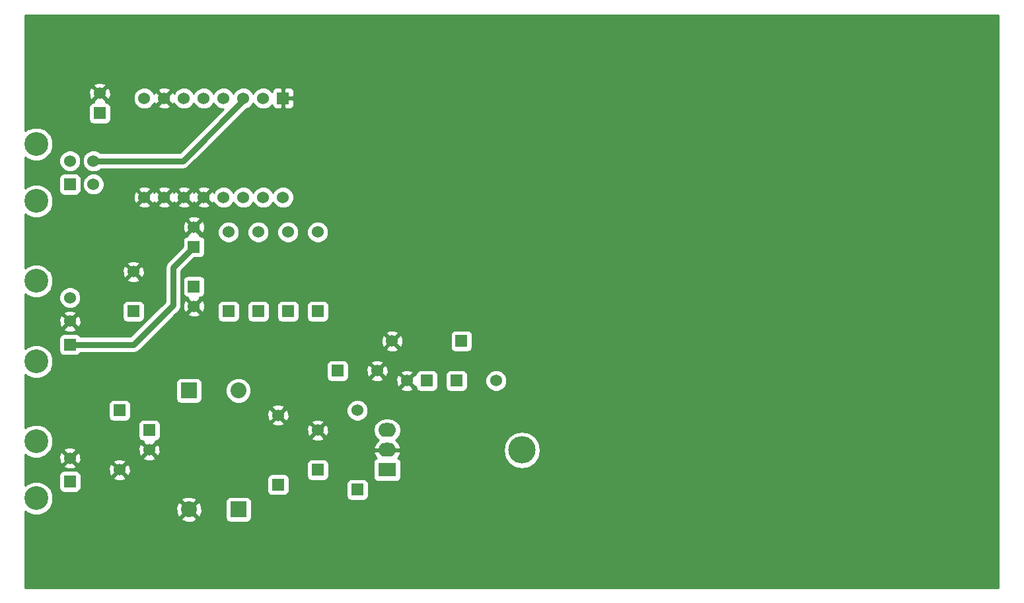
<source format=gbr>
G04 #@! TF.FileFunction,Copper,L2,Bot,Signal*
%FSLAX46Y46*%
G04 Gerber Fmt 4.6, Leading zero omitted, Abs format (unit mm)*
G04 Created by KiCad (PCBNEW 4.0.4-stable) date 07/19/17 07:42:17*
%MOMM*%
%LPD*%
G01*
G04 APERTURE LIST*
%ADD10C,0.100000*%
%ADD11R,1.524000X1.524000*%
%ADD12C,1.524000*%
%ADD13C,3.048000*%
%ADD14O,3.500000X3.500000*%
%ADD15O,2.286000X1.778000*%
%ADD16R,2.286000X1.778000*%
%ADD17R,2.032000X2.032000*%
%ADD18C,2.032000*%
%ADD19C,0.800000*%
%ADD20C,0.600000*%
%ADD21C,0.254000*%
G04 APERTURE END LIST*
D10*
D11*
X113030000Y-86820000D03*
D12*
X113030000Y-80820000D03*
D13*
X108710000Y-88980000D03*
X108710000Y-78660000D03*
D12*
X113030000Y-83820000D03*
D11*
X113030000Y-66270000D03*
D12*
X113030000Y-63270000D03*
D13*
X108710000Y-68430000D03*
X108710000Y-61110000D03*
D12*
X116030000Y-66270000D03*
X116030000Y-63270000D03*
D11*
X113030000Y-104370000D03*
D12*
X113030000Y-101370000D03*
D13*
X108710000Y-106530000D03*
X108710000Y-99210000D03*
D14*
X170965000Y-100330000D03*
D15*
X153670000Y-97790000D03*
X153670000Y-100330000D03*
D16*
X153670000Y-102870000D03*
D11*
X163195000Y-86360000D03*
D12*
X154305000Y-86360000D03*
D11*
X139700000Y-104775000D03*
D12*
X139700000Y-95885000D03*
X123190000Y-100330000D03*
D11*
X123190000Y-97790000D03*
D12*
X116840000Y-54610000D03*
D11*
X116840000Y-57150000D03*
X144780000Y-102870000D03*
D12*
X144780000Y-97790000D03*
D11*
X147320000Y-90170000D03*
D12*
X152400000Y-90170000D03*
X156210000Y-91440000D03*
D11*
X158750000Y-91440000D03*
D12*
X128905000Y-81915000D03*
D11*
X128905000Y-79375000D03*
D12*
X128905000Y-71755000D03*
D11*
X128905000Y-74295000D03*
X121158000Y-82550000D03*
D12*
X121158000Y-77470000D03*
D17*
X128270000Y-92710000D03*
D18*
X128270000Y-107950000D03*
D17*
X134620000Y-107950000D03*
D18*
X134620000Y-92710000D03*
D11*
X149860000Y-105410000D03*
D12*
X149860000Y-95250000D03*
D11*
X162560000Y-91440000D03*
D12*
X167640000Y-91440000D03*
D11*
X119380000Y-95250000D03*
D12*
X119380000Y-102870000D03*
D11*
X144780000Y-82550000D03*
D12*
X144780000Y-72390000D03*
D11*
X140970000Y-82550000D03*
D12*
X140970000Y-72390000D03*
D11*
X137160000Y-82550000D03*
D12*
X137160000Y-72390000D03*
D11*
X133350000Y-82550000D03*
D12*
X133350000Y-72390000D03*
D11*
X140335000Y-55245000D03*
D12*
X140335000Y-67945000D03*
X132715000Y-55245000D03*
X135255000Y-55245000D03*
X137795000Y-55245000D03*
X132715000Y-67945000D03*
X135255000Y-67945000D03*
X137795000Y-67945000D03*
X130175000Y-67945000D03*
X127635000Y-67945000D03*
X125095000Y-67945000D03*
X130175000Y-55245000D03*
X127635000Y-55245000D03*
X125095000Y-55245000D03*
X122555000Y-55245000D03*
X122555000Y-67945000D03*
D19*
X128905000Y-74295000D02*
X126238000Y-76962000D01*
X121206000Y-86820000D02*
X113030000Y-86820000D01*
X126238000Y-81788000D02*
X121206000Y-86820000D01*
X126238000Y-76962000D02*
X126238000Y-81788000D01*
D20*
X135255000Y-55245000D02*
X135255000Y-55499000D01*
D19*
X135255000Y-55499000D02*
X127484000Y-63270000D01*
X127484000Y-63270000D02*
X116030000Y-63270000D01*
D21*
G36*
X232029000Y-117983000D02*
X107315000Y-117983000D01*
X107315000Y-109114107D01*
X127285498Y-109114107D01*
X127386120Y-109382622D01*
X128001642Y-109611816D01*
X128658019Y-109588014D01*
X129153880Y-109382622D01*
X129254502Y-109114107D01*
X128270000Y-108129605D01*
X127285498Y-109114107D01*
X107315000Y-109114107D01*
X107315000Y-108188518D01*
X107485428Y-108359244D01*
X108278664Y-108688624D01*
X109137567Y-108689374D01*
X109931377Y-108361378D01*
X110539244Y-107754572D01*
X110569527Y-107681642D01*
X126608184Y-107681642D01*
X126631986Y-108338019D01*
X126837378Y-108833880D01*
X127105893Y-108934502D01*
X128090395Y-107950000D01*
X128449605Y-107950000D01*
X129434107Y-108934502D01*
X129702622Y-108833880D01*
X129931816Y-108218358D01*
X129908014Y-107561981D01*
X129702622Y-107066120D01*
X129434107Y-106965498D01*
X128449605Y-107950000D01*
X128090395Y-107950000D01*
X127105893Y-106965498D01*
X126837378Y-107066120D01*
X126608184Y-107681642D01*
X110569527Y-107681642D01*
X110868624Y-106961336D01*
X110868777Y-106785893D01*
X127285498Y-106785893D01*
X128270000Y-107770395D01*
X129106395Y-106934000D01*
X132956560Y-106934000D01*
X132956560Y-108966000D01*
X133000838Y-109201317D01*
X133139910Y-109417441D01*
X133352110Y-109562431D01*
X133604000Y-109613440D01*
X135636000Y-109613440D01*
X135871317Y-109569162D01*
X136087441Y-109430090D01*
X136232431Y-109217890D01*
X136283440Y-108966000D01*
X136283440Y-106934000D01*
X136239162Y-106698683D01*
X136100090Y-106482559D01*
X135887890Y-106337569D01*
X135636000Y-106286560D01*
X133604000Y-106286560D01*
X133368683Y-106330838D01*
X133152559Y-106469910D01*
X133007569Y-106682110D01*
X132956560Y-106934000D01*
X129106395Y-106934000D01*
X129254502Y-106785893D01*
X129153880Y-106517378D01*
X128538358Y-106288184D01*
X127881981Y-106311986D01*
X127386120Y-106517378D01*
X127285498Y-106785893D01*
X110868777Y-106785893D01*
X110869374Y-106102433D01*
X110541378Y-105308623D01*
X109934572Y-104700756D01*
X109141336Y-104371376D01*
X108282433Y-104370626D01*
X107488623Y-104698622D01*
X107315000Y-104871942D01*
X107315000Y-103608000D01*
X111620560Y-103608000D01*
X111620560Y-105132000D01*
X111664838Y-105367317D01*
X111803910Y-105583441D01*
X112016110Y-105728431D01*
X112268000Y-105779440D01*
X113792000Y-105779440D01*
X114027317Y-105735162D01*
X114243441Y-105596090D01*
X114388431Y-105383890D01*
X114439440Y-105132000D01*
X114439440Y-103850213D01*
X118579392Y-103850213D01*
X118648857Y-104092397D01*
X119172302Y-104279144D01*
X119727368Y-104251362D01*
X120111143Y-104092397D01*
X120133916Y-104013000D01*
X138290560Y-104013000D01*
X138290560Y-105537000D01*
X138334838Y-105772317D01*
X138473910Y-105988441D01*
X138686110Y-106133431D01*
X138938000Y-106184440D01*
X140462000Y-106184440D01*
X140697317Y-106140162D01*
X140913441Y-106001090D01*
X141058431Y-105788890D01*
X141109440Y-105537000D01*
X141109440Y-104648000D01*
X148450560Y-104648000D01*
X148450560Y-106172000D01*
X148494838Y-106407317D01*
X148633910Y-106623441D01*
X148846110Y-106768431D01*
X149098000Y-106819440D01*
X150622000Y-106819440D01*
X150857317Y-106775162D01*
X151073441Y-106636090D01*
X151218431Y-106423890D01*
X151269440Y-106172000D01*
X151269440Y-104648000D01*
X151225162Y-104412683D01*
X151086090Y-104196559D01*
X150873890Y-104051569D01*
X150622000Y-104000560D01*
X149098000Y-104000560D01*
X148862683Y-104044838D01*
X148646559Y-104183910D01*
X148501569Y-104396110D01*
X148450560Y-104648000D01*
X141109440Y-104648000D01*
X141109440Y-104013000D01*
X141065162Y-103777683D01*
X140926090Y-103561559D01*
X140713890Y-103416569D01*
X140462000Y-103365560D01*
X138938000Y-103365560D01*
X138702683Y-103409838D01*
X138486559Y-103548910D01*
X138341569Y-103761110D01*
X138290560Y-104013000D01*
X120133916Y-104013000D01*
X120180608Y-103850213D01*
X119380000Y-103049605D01*
X118579392Y-103850213D01*
X114439440Y-103850213D01*
X114439440Y-103608000D01*
X114395162Y-103372683D01*
X114256090Y-103156559D01*
X114043890Y-103011569D01*
X113792000Y-102960560D01*
X112268000Y-102960560D01*
X112032683Y-103004838D01*
X111816559Y-103143910D01*
X111671569Y-103356110D01*
X111620560Y-103608000D01*
X107315000Y-103608000D01*
X107315000Y-102350213D01*
X112229392Y-102350213D01*
X112298857Y-102592397D01*
X112822302Y-102779144D01*
X113377368Y-102751362D01*
X113592377Y-102662302D01*
X117970856Y-102662302D01*
X117998638Y-103217368D01*
X118157603Y-103601143D01*
X118399787Y-103670608D01*
X119200395Y-102870000D01*
X119559605Y-102870000D01*
X120360213Y-103670608D01*
X120602397Y-103601143D01*
X120789144Y-103077698D01*
X120761362Y-102522632D01*
X120602397Y-102138857D01*
X120494817Y-102108000D01*
X143370560Y-102108000D01*
X143370560Y-103632000D01*
X143414838Y-103867317D01*
X143553910Y-104083441D01*
X143766110Y-104228431D01*
X144018000Y-104279440D01*
X145542000Y-104279440D01*
X145777317Y-104235162D01*
X145993441Y-104096090D01*
X146138431Y-103883890D01*
X146189440Y-103632000D01*
X146189440Y-102108000D01*
X146165544Y-101981000D01*
X151879560Y-101981000D01*
X151879560Y-103759000D01*
X151923838Y-103994317D01*
X152062910Y-104210441D01*
X152275110Y-104355431D01*
X152527000Y-104406440D01*
X154813000Y-104406440D01*
X155048317Y-104362162D01*
X155264441Y-104223090D01*
X155409431Y-104010890D01*
X155460440Y-103759000D01*
X155460440Y-101981000D01*
X155416162Y-101745683D01*
X155277090Y-101529559D01*
X155064890Y-101384569D01*
X155019197Y-101375316D01*
X155091433Y-101317829D01*
X155380593Y-100795878D01*
X155404134Y-100693013D01*
X155283330Y-100457000D01*
X153797000Y-100457000D01*
X153797000Y-100477000D01*
X153543000Y-100477000D01*
X153543000Y-100457000D01*
X152056670Y-100457000D01*
X151935866Y-100693013D01*
X151959407Y-100795878D01*
X152248567Y-101317829D01*
X152317797Y-101372924D01*
X152291683Y-101377838D01*
X152075559Y-101516910D01*
X151930569Y-101729110D01*
X151879560Y-101981000D01*
X146165544Y-101981000D01*
X146145162Y-101872683D01*
X146006090Y-101656559D01*
X145793890Y-101511569D01*
X145542000Y-101460560D01*
X144018000Y-101460560D01*
X143782683Y-101504838D01*
X143566559Y-101643910D01*
X143421569Y-101856110D01*
X143370560Y-102108000D01*
X120494817Y-102108000D01*
X120360213Y-102069392D01*
X119559605Y-102870000D01*
X119200395Y-102870000D01*
X118399787Y-102069392D01*
X118157603Y-102138857D01*
X117970856Y-102662302D01*
X113592377Y-102662302D01*
X113761143Y-102592397D01*
X113830608Y-102350213D01*
X113030000Y-101549605D01*
X112229392Y-102350213D01*
X107315000Y-102350213D01*
X107315000Y-100868518D01*
X107485428Y-101039244D01*
X108278664Y-101368624D01*
X109137567Y-101369374D01*
X109638718Y-101162302D01*
X111620856Y-101162302D01*
X111648638Y-101717368D01*
X111807603Y-102101143D01*
X112049787Y-102170608D01*
X112850395Y-101370000D01*
X113209605Y-101370000D01*
X114010213Y-102170608D01*
X114252397Y-102101143D01*
X114327801Y-101889787D01*
X118579392Y-101889787D01*
X119380000Y-102690395D01*
X120180608Y-101889787D01*
X120111143Y-101647603D01*
X119587698Y-101460856D01*
X119032632Y-101488638D01*
X118648857Y-101647603D01*
X118579392Y-101889787D01*
X114327801Y-101889787D01*
X114439144Y-101577698D01*
X114425756Y-101310213D01*
X122389392Y-101310213D01*
X122458857Y-101552397D01*
X122982302Y-101739144D01*
X123537368Y-101711362D01*
X123921143Y-101552397D01*
X123990608Y-101310213D01*
X123190000Y-100509605D01*
X122389392Y-101310213D01*
X114425756Y-101310213D01*
X114411362Y-101022632D01*
X114252397Y-100638857D01*
X114010213Y-100569392D01*
X113209605Y-101370000D01*
X112850395Y-101370000D01*
X112049787Y-100569392D01*
X111807603Y-100638857D01*
X111620856Y-101162302D01*
X109638718Y-101162302D01*
X109931377Y-101041378D01*
X110539244Y-100434572D01*
X110557840Y-100389787D01*
X112229392Y-100389787D01*
X113030000Y-101190395D01*
X113830608Y-100389787D01*
X113761143Y-100147603D01*
X113690226Y-100122302D01*
X121780856Y-100122302D01*
X121808638Y-100677368D01*
X121967603Y-101061143D01*
X122209787Y-101130608D01*
X123010395Y-100330000D01*
X123369605Y-100330000D01*
X124170213Y-101130608D01*
X124412397Y-101061143D01*
X124599144Y-100537698D01*
X124586410Y-100283275D01*
X168580000Y-100283275D01*
X168580000Y-100376725D01*
X168761547Y-101289425D01*
X169278550Y-102063175D01*
X170052300Y-102580178D01*
X170965000Y-102761725D01*
X171877700Y-102580178D01*
X172651450Y-102063175D01*
X173168453Y-101289425D01*
X173350000Y-100376725D01*
X173350000Y-100283275D01*
X173168453Y-99370575D01*
X172651450Y-98596825D01*
X171877700Y-98079822D01*
X170965000Y-97898275D01*
X170052300Y-98079822D01*
X169278550Y-98596825D01*
X168761547Y-99370575D01*
X168580000Y-100283275D01*
X124586410Y-100283275D01*
X124571362Y-99982632D01*
X124412397Y-99598857D01*
X124170213Y-99529392D01*
X123369605Y-100330000D01*
X123010395Y-100330000D01*
X122209787Y-99529392D01*
X121967603Y-99598857D01*
X121780856Y-100122302D01*
X113690226Y-100122302D01*
X113237698Y-99960856D01*
X112682632Y-99988638D01*
X112298857Y-100147603D01*
X112229392Y-100389787D01*
X110557840Y-100389787D01*
X110868624Y-99641336D01*
X110869374Y-98782433D01*
X110541378Y-97988623D01*
X109934572Y-97380756D01*
X109141336Y-97051376D01*
X108282433Y-97050626D01*
X107488623Y-97378622D01*
X107315000Y-97551942D01*
X107315000Y-97028000D01*
X121780560Y-97028000D01*
X121780560Y-98552000D01*
X121824838Y-98787317D01*
X121963910Y-99003441D01*
X122176110Y-99148431D01*
X122428000Y-99199440D01*
X122432516Y-99199440D01*
X122389392Y-99349787D01*
X123190000Y-100150395D01*
X123990608Y-99349787D01*
X123947484Y-99199440D01*
X123952000Y-99199440D01*
X124187317Y-99155162D01*
X124403441Y-99016090D01*
X124548431Y-98803890D01*
X124555250Y-98770213D01*
X143979392Y-98770213D01*
X144048857Y-99012397D01*
X144572302Y-99199144D01*
X145127368Y-99171362D01*
X145511143Y-99012397D01*
X145580608Y-98770213D01*
X144780000Y-97969605D01*
X143979392Y-98770213D01*
X124555250Y-98770213D01*
X124599440Y-98552000D01*
X124599440Y-97582302D01*
X143370856Y-97582302D01*
X143398638Y-98137368D01*
X143557603Y-98521143D01*
X143799787Y-98590608D01*
X144600395Y-97790000D01*
X144959605Y-97790000D01*
X145760213Y-98590608D01*
X146002397Y-98521143D01*
X146189144Y-97997698D01*
X146178749Y-97790000D01*
X151857167Y-97790000D01*
X151973175Y-98373210D01*
X152303536Y-98867631D01*
X152597794Y-99064248D01*
X152248567Y-99342171D01*
X151959407Y-99864122D01*
X151935866Y-99966987D01*
X152056670Y-100203000D01*
X153543000Y-100203000D01*
X153543000Y-100183000D01*
X153797000Y-100183000D01*
X153797000Y-100203000D01*
X155283330Y-100203000D01*
X155404134Y-99966987D01*
X155380593Y-99864122D01*
X155091433Y-99342171D01*
X154742206Y-99064248D01*
X155036464Y-98867631D01*
X155366825Y-98373210D01*
X155482833Y-97790000D01*
X155366825Y-97206790D01*
X155036464Y-96712369D01*
X154542043Y-96382008D01*
X153958833Y-96266000D01*
X153381167Y-96266000D01*
X152797957Y-96382008D01*
X152303536Y-96712369D01*
X151973175Y-97206790D01*
X151857167Y-97790000D01*
X146178749Y-97790000D01*
X146161362Y-97442632D01*
X146002397Y-97058857D01*
X145760213Y-96989392D01*
X144959605Y-97790000D01*
X144600395Y-97790000D01*
X143799787Y-96989392D01*
X143557603Y-97058857D01*
X143370856Y-97582302D01*
X124599440Y-97582302D01*
X124599440Y-97028000D01*
X124568810Y-96865213D01*
X138899392Y-96865213D01*
X138968857Y-97107397D01*
X139492302Y-97294144D01*
X140047368Y-97266362D01*
X140431143Y-97107397D01*
X140500608Y-96865213D01*
X140445182Y-96809787D01*
X143979392Y-96809787D01*
X144780000Y-97610395D01*
X145580608Y-96809787D01*
X145511143Y-96567603D01*
X144987698Y-96380856D01*
X144432632Y-96408638D01*
X144048857Y-96567603D01*
X143979392Y-96809787D01*
X140445182Y-96809787D01*
X139700000Y-96064605D01*
X138899392Y-96865213D01*
X124568810Y-96865213D01*
X124555162Y-96792683D01*
X124416090Y-96576559D01*
X124203890Y-96431569D01*
X123952000Y-96380560D01*
X122428000Y-96380560D01*
X122192683Y-96424838D01*
X121976559Y-96563910D01*
X121831569Y-96776110D01*
X121780560Y-97028000D01*
X107315000Y-97028000D01*
X107315000Y-94488000D01*
X117970560Y-94488000D01*
X117970560Y-96012000D01*
X118014838Y-96247317D01*
X118153910Y-96463441D01*
X118366110Y-96608431D01*
X118618000Y-96659440D01*
X120142000Y-96659440D01*
X120377317Y-96615162D01*
X120593441Y-96476090D01*
X120738431Y-96263890D01*
X120789440Y-96012000D01*
X120789440Y-95677302D01*
X138290856Y-95677302D01*
X138318638Y-96232368D01*
X138477603Y-96616143D01*
X138719787Y-96685608D01*
X139520395Y-95885000D01*
X139879605Y-95885000D01*
X140680213Y-96685608D01*
X140922397Y-96616143D01*
X141109144Y-96092698D01*
X141081362Y-95537632D01*
X141076818Y-95526661D01*
X148462758Y-95526661D01*
X148674990Y-96040303D01*
X149067630Y-96433629D01*
X149580900Y-96646757D01*
X150136661Y-96647242D01*
X150650303Y-96435010D01*
X151043629Y-96042370D01*
X151256757Y-95529100D01*
X151257242Y-94973339D01*
X151045010Y-94459697D01*
X150652370Y-94066371D01*
X150139100Y-93853243D01*
X149583339Y-93852758D01*
X149069697Y-94064990D01*
X148676371Y-94457630D01*
X148463243Y-94970900D01*
X148462758Y-95526661D01*
X141076818Y-95526661D01*
X140922397Y-95153857D01*
X140680213Y-95084392D01*
X139879605Y-95885000D01*
X139520395Y-95885000D01*
X138719787Y-95084392D01*
X138477603Y-95153857D01*
X138290856Y-95677302D01*
X120789440Y-95677302D01*
X120789440Y-94904787D01*
X138899392Y-94904787D01*
X139700000Y-95705395D01*
X140500608Y-94904787D01*
X140431143Y-94662603D01*
X139907698Y-94475856D01*
X139352632Y-94503638D01*
X138968857Y-94662603D01*
X138899392Y-94904787D01*
X120789440Y-94904787D01*
X120789440Y-94488000D01*
X120745162Y-94252683D01*
X120606090Y-94036559D01*
X120393890Y-93891569D01*
X120142000Y-93840560D01*
X118618000Y-93840560D01*
X118382683Y-93884838D01*
X118166559Y-94023910D01*
X118021569Y-94236110D01*
X117970560Y-94488000D01*
X107315000Y-94488000D01*
X107315000Y-91694000D01*
X126606560Y-91694000D01*
X126606560Y-93726000D01*
X126650838Y-93961317D01*
X126789910Y-94177441D01*
X127002110Y-94322431D01*
X127254000Y-94373440D01*
X129286000Y-94373440D01*
X129521317Y-94329162D01*
X129737441Y-94190090D01*
X129882431Y-93977890D01*
X129933440Y-93726000D01*
X129933440Y-93036963D01*
X132968714Y-93036963D01*
X133219534Y-93643995D01*
X133683563Y-94108834D01*
X134290155Y-94360713D01*
X134946963Y-94361286D01*
X135553995Y-94110466D01*
X136018834Y-93646437D01*
X136270713Y-93039845D01*
X136271253Y-92420213D01*
X155409392Y-92420213D01*
X155478857Y-92662397D01*
X156002302Y-92849144D01*
X156557368Y-92821362D01*
X156941143Y-92662397D01*
X157010608Y-92420213D01*
X156210000Y-91619605D01*
X155409392Y-92420213D01*
X136271253Y-92420213D01*
X136271286Y-92383037D01*
X136020466Y-91776005D01*
X135556437Y-91311166D01*
X134949845Y-91059287D01*
X134293037Y-91058714D01*
X133686005Y-91309534D01*
X133221166Y-91773563D01*
X132969287Y-92380155D01*
X132968714Y-93036963D01*
X129933440Y-93036963D01*
X129933440Y-91694000D01*
X129889162Y-91458683D01*
X129750090Y-91242559D01*
X129537890Y-91097569D01*
X129286000Y-91046560D01*
X127254000Y-91046560D01*
X127018683Y-91090838D01*
X126802559Y-91229910D01*
X126657569Y-91442110D01*
X126606560Y-91694000D01*
X107315000Y-91694000D01*
X107315000Y-90638518D01*
X107485428Y-90809244D01*
X108278664Y-91138624D01*
X109137567Y-91139374D01*
X109931377Y-90811378D01*
X110539244Y-90204572D01*
X110868624Y-89411336D01*
X110868626Y-89408000D01*
X145910560Y-89408000D01*
X145910560Y-90932000D01*
X145954838Y-91167317D01*
X146093910Y-91383441D01*
X146306110Y-91528431D01*
X146558000Y-91579440D01*
X148082000Y-91579440D01*
X148317317Y-91535162D01*
X148533441Y-91396090D01*
X148678431Y-91183890D01*
X148685250Y-91150213D01*
X151599392Y-91150213D01*
X151668857Y-91392397D01*
X152192302Y-91579144D01*
X152747368Y-91551362D01*
X153131143Y-91392397D01*
X153177062Y-91232302D01*
X154800856Y-91232302D01*
X154828638Y-91787368D01*
X154987603Y-92171143D01*
X155229787Y-92240608D01*
X156030395Y-91440000D01*
X156389605Y-91440000D01*
X157190213Y-92240608D01*
X157340560Y-92197484D01*
X157340560Y-92202000D01*
X157384838Y-92437317D01*
X157523910Y-92653441D01*
X157736110Y-92798431D01*
X157988000Y-92849440D01*
X159512000Y-92849440D01*
X159747317Y-92805162D01*
X159963441Y-92666090D01*
X160108431Y-92453890D01*
X160159440Y-92202000D01*
X160159440Y-90678000D01*
X161150560Y-90678000D01*
X161150560Y-92202000D01*
X161194838Y-92437317D01*
X161333910Y-92653441D01*
X161546110Y-92798431D01*
X161798000Y-92849440D01*
X163322000Y-92849440D01*
X163557317Y-92805162D01*
X163773441Y-92666090D01*
X163918431Y-92453890D01*
X163969440Y-92202000D01*
X163969440Y-91716661D01*
X166242758Y-91716661D01*
X166454990Y-92230303D01*
X166847630Y-92623629D01*
X167360900Y-92836757D01*
X167916661Y-92837242D01*
X168430303Y-92625010D01*
X168823629Y-92232370D01*
X169036757Y-91719100D01*
X169037242Y-91163339D01*
X168825010Y-90649697D01*
X168432370Y-90256371D01*
X167919100Y-90043243D01*
X167363339Y-90042758D01*
X166849697Y-90254990D01*
X166456371Y-90647630D01*
X166243243Y-91160900D01*
X166242758Y-91716661D01*
X163969440Y-91716661D01*
X163969440Y-90678000D01*
X163925162Y-90442683D01*
X163786090Y-90226559D01*
X163573890Y-90081569D01*
X163322000Y-90030560D01*
X161798000Y-90030560D01*
X161562683Y-90074838D01*
X161346559Y-90213910D01*
X161201569Y-90426110D01*
X161150560Y-90678000D01*
X160159440Y-90678000D01*
X160115162Y-90442683D01*
X159976090Y-90226559D01*
X159763890Y-90081569D01*
X159512000Y-90030560D01*
X157988000Y-90030560D01*
X157752683Y-90074838D01*
X157536559Y-90213910D01*
X157391569Y-90426110D01*
X157340560Y-90678000D01*
X157340560Y-90682516D01*
X157190213Y-90639392D01*
X156389605Y-91440000D01*
X156030395Y-91440000D01*
X155229787Y-90639392D01*
X154987603Y-90708857D01*
X154800856Y-91232302D01*
X153177062Y-91232302D01*
X153200608Y-91150213D01*
X152400000Y-90349605D01*
X151599392Y-91150213D01*
X148685250Y-91150213D01*
X148729440Y-90932000D01*
X148729440Y-89962302D01*
X150990856Y-89962302D01*
X151018638Y-90517368D01*
X151177603Y-90901143D01*
X151419787Y-90970608D01*
X152220395Y-90170000D01*
X152579605Y-90170000D01*
X153380213Y-90970608D01*
X153622397Y-90901143D01*
X153779857Y-90459787D01*
X155409392Y-90459787D01*
X156210000Y-91260395D01*
X157010608Y-90459787D01*
X156941143Y-90217603D01*
X156417698Y-90030856D01*
X155862632Y-90058638D01*
X155478857Y-90217603D01*
X155409392Y-90459787D01*
X153779857Y-90459787D01*
X153809144Y-90377698D01*
X153781362Y-89822632D01*
X153622397Y-89438857D01*
X153380213Y-89369392D01*
X152579605Y-90170000D01*
X152220395Y-90170000D01*
X151419787Y-89369392D01*
X151177603Y-89438857D01*
X150990856Y-89962302D01*
X148729440Y-89962302D01*
X148729440Y-89408000D01*
X148688381Y-89189787D01*
X151599392Y-89189787D01*
X152400000Y-89990395D01*
X153200608Y-89189787D01*
X153131143Y-88947603D01*
X152607698Y-88760856D01*
X152052632Y-88788638D01*
X151668857Y-88947603D01*
X151599392Y-89189787D01*
X148688381Y-89189787D01*
X148685162Y-89172683D01*
X148546090Y-88956559D01*
X148333890Y-88811569D01*
X148082000Y-88760560D01*
X146558000Y-88760560D01*
X146322683Y-88804838D01*
X146106559Y-88943910D01*
X145961569Y-89156110D01*
X145910560Y-89408000D01*
X110868626Y-89408000D01*
X110869374Y-88552433D01*
X110541378Y-87758623D01*
X109934572Y-87150756D01*
X109141336Y-86821376D01*
X108282433Y-86820626D01*
X107488623Y-87148622D01*
X107315000Y-87321942D01*
X107315000Y-86058000D01*
X111620560Y-86058000D01*
X111620560Y-87582000D01*
X111664838Y-87817317D01*
X111803910Y-88033441D01*
X112016110Y-88178431D01*
X112268000Y-88229440D01*
X113792000Y-88229440D01*
X114027317Y-88185162D01*
X114243441Y-88046090D01*
X114374007Y-87855000D01*
X121205995Y-87855000D01*
X121206000Y-87855001D01*
X121602077Y-87776215D01*
X121937856Y-87551856D01*
X122149498Y-87340213D01*
X153504392Y-87340213D01*
X153573857Y-87582397D01*
X154097302Y-87769144D01*
X154652368Y-87741362D01*
X155036143Y-87582397D01*
X155105608Y-87340213D01*
X154305000Y-86539605D01*
X153504392Y-87340213D01*
X122149498Y-87340213D01*
X123337409Y-86152302D01*
X152895856Y-86152302D01*
X152923638Y-86707368D01*
X153082603Y-87091143D01*
X153324787Y-87160608D01*
X154125395Y-86360000D01*
X154484605Y-86360000D01*
X155285213Y-87160608D01*
X155527397Y-87091143D01*
X155714144Y-86567698D01*
X155686362Y-86012632D01*
X155527397Y-85628857D01*
X155419817Y-85598000D01*
X161785560Y-85598000D01*
X161785560Y-87122000D01*
X161829838Y-87357317D01*
X161968910Y-87573441D01*
X162181110Y-87718431D01*
X162433000Y-87769440D01*
X163957000Y-87769440D01*
X164192317Y-87725162D01*
X164408441Y-87586090D01*
X164553431Y-87373890D01*
X164604440Y-87122000D01*
X164604440Y-85598000D01*
X164560162Y-85362683D01*
X164421090Y-85146559D01*
X164208890Y-85001569D01*
X163957000Y-84950560D01*
X162433000Y-84950560D01*
X162197683Y-84994838D01*
X161981559Y-85133910D01*
X161836569Y-85346110D01*
X161785560Y-85598000D01*
X155419817Y-85598000D01*
X155285213Y-85559392D01*
X154484605Y-86360000D01*
X154125395Y-86360000D01*
X153324787Y-85559392D01*
X153082603Y-85628857D01*
X152895856Y-86152302D01*
X123337409Y-86152302D01*
X124109924Y-85379787D01*
X153504392Y-85379787D01*
X154305000Y-86180395D01*
X155105608Y-85379787D01*
X155036143Y-85137603D01*
X154512698Y-84950856D01*
X153957632Y-84978638D01*
X153573857Y-85137603D01*
X153504392Y-85379787D01*
X124109924Y-85379787D01*
X126594498Y-82895213D01*
X128104392Y-82895213D01*
X128173857Y-83137397D01*
X128697302Y-83324144D01*
X129252368Y-83296362D01*
X129636143Y-83137397D01*
X129705608Y-82895213D01*
X128905000Y-82094605D01*
X128104392Y-82895213D01*
X126594498Y-82895213D01*
X126969853Y-82519858D01*
X126969856Y-82519856D01*
X127194215Y-82184077D01*
X127230109Y-82003629D01*
X127273001Y-81788000D01*
X127273000Y-81787995D01*
X127273000Y-81707302D01*
X127495856Y-81707302D01*
X127523638Y-82262368D01*
X127682603Y-82646143D01*
X127924787Y-82715608D01*
X128725395Y-81915000D01*
X129084605Y-81915000D01*
X129885213Y-82715608D01*
X130127397Y-82646143D01*
X130314144Y-82122698D01*
X130297392Y-81788000D01*
X131940560Y-81788000D01*
X131940560Y-83312000D01*
X131984838Y-83547317D01*
X132123910Y-83763441D01*
X132336110Y-83908431D01*
X132588000Y-83959440D01*
X134112000Y-83959440D01*
X134347317Y-83915162D01*
X134563441Y-83776090D01*
X134708431Y-83563890D01*
X134759440Y-83312000D01*
X134759440Y-81788000D01*
X135750560Y-81788000D01*
X135750560Y-83312000D01*
X135794838Y-83547317D01*
X135933910Y-83763441D01*
X136146110Y-83908431D01*
X136398000Y-83959440D01*
X137922000Y-83959440D01*
X138157317Y-83915162D01*
X138373441Y-83776090D01*
X138518431Y-83563890D01*
X138569440Y-83312000D01*
X138569440Y-81788000D01*
X139560560Y-81788000D01*
X139560560Y-83312000D01*
X139604838Y-83547317D01*
X139743910Y-83763441D01*
X139956110Y-83908431D01*
X140208000Y-83959440D01*
X141732000Y-83959440D01*
X141967317Y-83915162D01*
X142183441Y-83776090D01*
X142328431Y-83563890D01*
X142379440Y-83312000D01*
X142379440Y-81788000D01*
X143370560Y-81788000D01*
X143370560Y-83312000D01*
X143414838Y-83547317D01*
X143553910Y-83763441D01*
X143766110Y-83908431D01*
X144018000Y-83959440D01*
X145542000Y-83959440D01*
X145777317Y-83915162D01*
X145993441Y-83776090D01*
X146138431Y-83563890D01*
X146189440Y-83312000D01*
X146189440Y-81788000D01*
X146145162Y-81552683D01*
X146006090Y-81336559D01*
X145793890Y-81191569D01*
X145542000Y-81140560D01*
X144018000Y-81140560D01*
X143782683Y-81184838D01*
X143566559Y-81323910D01*
X143421569Y-81536110D01*
X143370560Y-81788000D01*
X142379440Y-81788000D01*
X142335162Y-81552683D01*
X142196090Y-81336559D01*
X141983890Y-81191569D01*
X141732000Y-81140560D01*
X140208000Y-81140560D01*
X139972683Y-81184838D01*
X139756559Y-81323910D01*
X139611569Y-81536110D01*
X139560560Y-81788000D01*
X138569440Y-81788000D01*
X138525162Y-81552683D01*
X138386090Y-81336559D01*
X138173890Y-81191569D01*
X137922000Y-81140560D01*
X136398000Y-81140560D01*
X136162683Y-81184838D01*
X135946559Y-81323910D01*
X135801569Y-81536110D01*
X135750560Y-81788000D01*
X134759440Y-81788000D01*
X134715162Y-81552683D01*
X134576090Y-81336559D01*
X134363890Y-81191569D01*
X134112000Y-81140560D01*
X132588000Y-81140560D01*
X132352683Y-81184838D01*
X132136559Y-81323910D01*
X131991569Y-81536110D01*
X131940560Y-81788000D01*
X130297392Y-81788000D01*
X130286362Y-81567632D01*
X130127397Y-81183857D01*
X129885213Y-81114392D01*
X129084605Y-81915000D01*
X128725395Y-81915000D01*
X127924787Y-81114392D01*
X127682603Y-81183857D01*
X127495856Y-81707302D01*
X127273000Y-81707302D01*
X127273000Y-78613000D01*
X127495560Y-78613000D01*
X127495560Y-80137000D01*
X127539838Y-80372317D01*
X127678910Y-80588441D01*
X127891110Y-80733431D01*
X128143000Y-80784440D01*
X128147516Y-80784440D01*
X128104392Y-80934787D01*
X128905000Y-81735395D01*
X129705608Y-80934787D01*
X129662484Y-80784440D01*
X129667000Y-80784440D01*
X129902317Y-80740162D01*
X130118441Y-80601090D01*
X130263431Y-80388890D01*
X130314440Y-80137000D01*
X130314440Y-78613000D01*
X130270162Y-78377683D01*
X130131090Y-78161559D01*
X129918890Y-78016569D01*
X129667000Y-77965560D01*
X128143000Y-77965560D01*
X127907683Y-78009838D01*
X127691559Y-78148910D01*
X127546569Y-78361110D01*
X127495560Y-78613000D01*
X127273000Y-78613000D01*
X127273000Y-77390712D01*
X128959271Y-75704440D01*
X129667000Y-75704440D01*
X129902317Y-75660162D01*
X130118441Y-75521090D01*
X130263431Y-75308890D01*
X130314440Y-75057000D01*
X130314440Y-73533000D01*
X130270162Y-73297683D01*
X130131090Y-73081559D01*
X129918890Y-72936569D01*
X129667000Y-72885560D01*
X129662484Y-72885560D01*
X129705608Y-72735213D01*
X129637056Y-72666661D01*
X131952758Y-72666661D01*
X132164990Y-73180303D01*
X132557630Y-73573629D01*
X133070900Y-73786757D01*
X133626661Y-73787242D01*
X134140303Y-73575010D01*
X134533629Y-73182370D01*
X134746757Y-72669100D01*
X134746759Y-72666661D01*
X135762758Y-72666661D01*
X135974990Y-73180303D01*
X136367630Y-73573629D01*
X136880900Y-73786757D01*
X137436661Y-73787242D01*
X137950303Y-73575010D01*
X138343629Y-73182370D01*
X138556757Y-72669100D01*
X138556759Y-72666661D01*
X139572758Y-72666661D01*
X139784990Y-73180303D01*
X140177630Y-73573629D01*
X140690900Y-73786757D01*
X141246661Y-73787242D01*
X141760303Y-73575010D01*
X142153629Y-73182370D01*
X142366757Y-72669100D01*
X142366759Y-72666661D01*
X143382758Y-72666661D01*
X143594990Y-73180303D01*
X143987630Y-73573629D01*
X144500900Y-73786757D01*
X145056661Y-73787242D01*
X145570303Y-73575010D01*
X145963629Y-73182370D01*
X146176757Y-72669100D01*
X146177242Y-72113339D01*
X145965010Y-71599697D01*
X145572370Y-71206371D01*
X145059100Y-70993243D01*
X144503339Y-70992758D01*
X143989697Y-71204990D01*
X143596371Y-71597630D01*
X143383243Y-72110900D01*
X143382758Y-72666661D01*
X142366759Y-72666661D01*
X142367242Y-72113339D01*
X142155010Y-71599697D01*
X141762370Y-71206371D01*
X141249100Y-70993243D01*
X140693339Y-70992758D01*
X140179697Y-71204990D01*
X139786371Y-71597630D01*
X139573243Y-72110900D01*
X139572758Y-72666661D01*
X138556759Y-72666661D01*
X138557242Y-72113339D01*
X138345010Y-71599697D01*
X137952370Y-71206371D01*
X137439100Y-70993243D01*
X136883339Y-70992758D01*
X136369697Y-71204990D01*
X135976371Y-71597630D01*
X135763243Y-72110900D01*
X135762758Y-72666661D01*
X134746759Y-72666661D01*
X134747242Y-72113339D01*
X134535010Y-71599697D01*
X134142370Y-71206371D01*
X133629100Y-70993243D01*
X133073339Y-70992758D01*
X132559697Y-71204990D01*
X132166371Y-71597630D01*
X131953243Y-72110900D01*
X131952758Y-72666661D01*
X129637056Y-72666661D01*
X128905000Y-71934605D01*
X128104392Y-72735213D01*
X128147516Y-72885560D01*
X128143000Y-72885560D01*
X127907683Y-72929838D01*
X127691559Y-73068910D01*
X127546569Y-73281110D01*
X127495560Y-73533000D01*
X127495560Y-74240729D01*
X125506144Y-76230144D01*
X125281785Y-76565923D01*
X125202999Y-76962000D01*
X125203000Y-76962005D01*
X125203000Y-81359289D01*
X120777288Y-85785000D01*
X114370914Y-85785000D01*
X114256090Y-85606559D01*
X114043890Y-85461569D01*
X113792000Y-85410560D01*
X112268000Y-85410560D01*
X112032683Y-85454838D01*
X111816559Y-85593910D01*
X111671569Y-85806110D01*
X111620560Y-86058000D01*
X107315000Y-86058000D01*
X107315000Y-84800213D01*
X112229392Y-84800213D01*
X112298857Y-85042397D01*
X112822302Y-85229144D01*
X113377368Y-85201362D01*
X113761143Y-85042397D01*
X113830608Y-84800213D01*
X113030000Y-83999605D01*
X112229392Y-84800213D01*
X107315000Y-84800213D01*
X107315000Y-83612302D01*
X111620856Y-83612302D01*
X111648638Y-84167368D01*
X111807603Y-84551143D01*
X112049787Y-84620608D01*
X112850395Y-83820000D01*
X113209605Y-83820000D01*
X114010213Y-84620608D01*
X114252397Y-84551143D01*
X114439144Y-84027698D01*
X114411362Y-83472632D01*
X114252397Y-83088857D01*
X114010213Y-83019392D01*
X113209605Y-83820000D01*
X112850395Y-83820000D01*
X112049787Y-83019392D01*
X111807603Y-83088857D01*
X111620856Y-83612302D01*
X107315000Y-83612302D01*
X107315000Y-82839787D01*
X112229392Y-82839787D01*
X113030000Y-83640395D01*
X113830608Y-82839787D01*
X113761143Y-82597603D01*
X113237698Y-82410856D01*
X112682632Y-82438638D01*
X112298857Y-82597603D01*
X112229392Y-82839787D01*
X107315000Y-82839787D01*
X107315000Y-81096661D01*
X111632758Y-81096661D01*
X111844990Y-81610303D01*
X112237630Y-82003629D01*
X112750900Y-82216757D01*
X113306661Y-82217242D01*
X113820303Y-82005010D01*
X114037692Y-81788000D01*
X119748560Y-81788000D01*
X119748560Y-83312000D01*
X119792838Y-83547317D01*
X119931910Y-83763441D01*
X120144110Y-83908431D01*
X120396000Y-83959440D01*
X121920000Y-83959440D01*
X122155317Y-83915162D01*
X122371441Y-83776090D01*
X122516431Y-83563890D01*
X122567440Y-83312000D01*
X122567440Y-81788000D01*
X122523162Y-81552683D01*
X122384090Y-81336559D01*
X122171890Y-81191569D01*
X121920000Y-81140560D01*
X120396000Y-81140560D01*
X120160683Y-81184838D01*
X119944559Y-81323910D01*
X119799569Y-81536110D01*
X119748560Y-81788000D01*
X114037692Y-81788000D01*
X114213629Y-81612370D01*
X114426757Y-81099100D01*
X114427242Y-80543339D01*
X114215010Y-80029697D01*
X113822370Y-79636371D01*
X113309100Y-79423243D01*
X112753339Y-79422758D01*
X112239697Y-79634990D01*
X111846371Y-80027630D01*
X111633243Y-80540900D01*
X111632758Y-81096661D01*
X107315000Y-81096661D01*
X107315000Y-80318518D01*
X107485428Y-80489244D01*
X108278664Y-80818624D01*
X109137567Y-80819374D01*
X109931377Y-80491378D01*
X110539244Y-79884572D01*
X110868624Y-79091336D01*
X110869183Y-78450213D01*
X120357392Y-78450213D01*
X120426857Y-78692397D01*
X120950302Y-78879144D01*
X121505368Y-78851362D01*
X121889143Y-78692397D01*
X121958608Y-78450213D01*
X121158000Y-77649605D01*
X120357392Y-78450213D01*
X110869183Y-78450213D01*
X110869374Y-78232433D01*
X110541378Y-77438623D01*
X110365365Y-77262302D01*
X119748856Y-77262302D01*
X119776638Y-77817368D01*
X119935603Y-78201143D01*
X120177787Y-78270608D01*
X120978395Y-77470000D01*
X121337605Y-77470000D01*
X122138213Y-78270608D01*
X122380397Y-78201143D01*
X122567144Y-77677698D01*
X122539362Y-77122632D01*
X122380397Y-76738857D01*
X122138213Y-76669392D01*
X121337605Y-77470000D01*
X120978395Y-77470000D01*
X120177787Y-76669392D01*
X119935603Y-76738857D01*
X119748856Y-77262302D01*
X110365365Y-77262302D01*
X109934572Y-76830756D01*
X109141336Y-76501376D01*
X108282433Y-76500626D01*
X107488623Y-76828622D01*
X107315000Y-77001942D01*
X107315000Y-76489787D01*
X120357392Y-76489787D01*
X121158000Y-77290395D01*
X121958608Y-76489787D01*
X121889143Y-76247603D01*
X121365698Y-76060856D01*
X120810632Y-76088638D01*
X120426857Y-76247603D01*
X120357392Y-76489787D01*
X107315000Y-76489787D01*
X107315000Y-71547302D01*
X127495856Y-71547302D01*
X127523638Y-72102368D01*
X127682603Y-72486143D01*
X127924787Y-72555608D01*
X128725395Y-71755000D01*
X129084605Y-71755000D01*
X129885213Y-72555608D01*
X130127397Y-72486143D01*
X130314144Y-71962698D01*
X130286362Y-71407632D01*
X130127397Y-71023857D01*
X129885213Y-70954392D01*
X129084605Y-71755000D01*
X128725395Y-71755000D01*
X127924787Y-70954392D01*
X127682603Y-71023857D01*
X127495856Y-71547302D01*
X107315000Y-71547302D01*
X107315000Y-70774787D01*
X128104392Y-70774787D01*
X128905000Y-71575395D01*
X129705608Y-70774787D01*
X129636143Y-70532603D01*
X129112698Y-70345856D01*
X128557632Y-70373638D01*
X128173857Y-70532603D01*
X128104392Y-70774787D01*
X107315000Y-70774787D01*
X107315000Y-70088518D01*
X107485428Y-70259244D01*
X108278664Y-70588624D01*
X109137567Y-70589374D01*
X109931377Y-70261378D01*
X110539244Y-69654572D01*
X110842099Y-68925213D01*
X121754392Y-68925213D01*
X121823857Y-69167397D01*
X122347302Y-69354144D01*
X122902368Y-69326362D01*
X123286143Y-69167397D01*
X123355608Y-68925213D01*
X124294392Y-68925213D01*
X124363857Y-69167397D01*
X124887302Y-69354144D01*
X125442368Y-69326362D01*
X125826143Y-69167397D01*
X125895608Y-68925213D01*
X126834392Y-68925213D01*
X126903857Y-69167397D01*
X127427302Y-69354144D01*
X127982368Y-69326362D01*
X128366143Y-69167397D01*
X128435608Y-68925213D01*
X129374392Y-68925213D01*
X129443857Y-69167397D01*
X129967302Y-69354144D01*
X130522368Y-69326362D01*
X130906143Y-69167397D01*
X130975608Y-68925213D01*
X130175000Y-68124605D01*
X129374392Y-68925213D01*
X128435608Y-68925213D01*
X127635000Y-68124605D01*
X126834392Y-68925213D01*
X125895608Y-68925213D01*
X125095000Y-68124605D01*
X124294392Y-68925213D01*
X123355608Y-68925213D01*
X122555000Y-68124605D01*
X121754392Y-68925213D01*
X110842099Y-68925213D01*
X110868624Y-68861336D01*
X110869374Y-68002433D01*
X110759824Y-67737302D01*
X121145856Y-67737302D01*
X121173638Y-68292368D01*
X121332603Y-68676143D01*
X121574787Y-68745608D01*
X122375395Y-67945000D01*
X122734605Y-67945000D01*
X123535213Y-68745608D01*
X123777397Y-68676143D01*
X123821453Y-68552656D01*
X123872603Y-68676143D01*
X124114787Y-68745608D01*
X124915395Y-67945000D01*
X125274605Y-67945000D01*
X126075213Y-68745608D01*
X126317397Y-68676143D01*
X126361453Y-68552656D01*
X126412603Y-68676143D01*
X126654787Y-68745608D01*
X127455395Y-67945000D01*
X127814605Y-67945000D01*
X128615213Y-68745608D01*
X128857397Y-68676143D01*
X128901453Y-68552656D01*
X128952603Y-68676143D01*
X129194787Y-68745608D01*
X129995395Y-67945000D01*
X130354605Y-67945000D01*
X131155213Y-68745608D01*
X131397397Y-68676143D01*
X131447509Y-68535682D01*
X131529990Y-68735303D01*
X131922630Y-69128629D01*
X132435900Y-69341757D01*
X132991661Y-69342242D01*
X133505303Y-69130010D01*
X133898629Y-68737370D01*
X133984949Y-68529488D01*
X134069990Y-68735303D01*
X134462630Y-69128629D01*
X134975900Y-69341757D01*
X135531661Y-69342242D01*
X136045303Y-69130010D01*
X136438629Y-68737370D01*
X136524949Y-68529488D01*
X136609990Y-68735303D01*
X137002630Y-69128629D01*
X137515900Y-69341757D01*
X138071661Y-69342242D01*
X138585303Y-69130010D01*
X138978629Y-68737370D01*
X139064949Y-68529488D01*
X139149990Y-68735303D01*
X139542630Y-69128629D01*
X140055900Y-69341757D01*
X140611661Y-69342242D01*
X141125303Y-69130010D01*
X141518629Y-68737370D01*
X141731757Y-68224100D01*
X141732242Y-67668339D01*
X141520010Y-67154697D01*
X141127370Y-66761371D01*
X140614100Y-66548243D01*
X140058339Y-66547758D01*
X139544697Y-66759990D01*
X139151371Y-67152630D01*
X139065051Y-67360512D01*
X138980010Y-67154697D01*
X138587370Y-66761371D01*
X138074100Y-66548243D01*
X137518339Y-66547758D01*
X137004697Y-66759990D01*
X136611371Y-67152630D01*
X136525051Y-67360512D01*
X136440010Y-67154697D01*
X136047370Y-66761371D01*
X135534100Y-66548243D01*
X134978339Y-66547758D01*
X134464697Y-66759990D01*
X134071371Y-67152630D01*
X133985051Y-67360512D01*
X133900010Y-67154697D01*
X133507370Y-66761371D01*
X132994100Y-66548243D01*
X132438339Y-66547758D01*
X131924697Y-66759990D01*
X131531371Y-67152630D01*
X131451605Y-67344727D01*
X131397397Y-67213857D01*
X131155213Y-67144392D01*
X130354605Y-67945000D01*
X129995395Y-67945000D01*
X129194787Y-67144392D01*
X128952603Y-67213857D01*
X128908547Y-67337344D01*
X128857397Y-67213857D01*
X128615213Y-67144392D01*
X127814605Y-67945000D01*
X127455395Y-67945000D01*
X126654787Y-67144392D01*
X126412603Y-67213857D01*
X126368547Y-67337344D01*
X126317397Y-67213857D01*
X126075213Y-67144392D01*
X125274605Y-67945000D01*
X124915395Y-67945000D01*
X124114787Y-67144392D01*
X123872603Y-67213857D01*
X123828547Y-67337344D01*
X123777397Y-67213857D01*
X123535213Y-67144392D01*
X122734605Y-67945000D01*
X122375395Y-67945000D01*
X121574787Y-67144392D01*
X121332603Y-67213857D01*
X121145856Y-67737302D01*
X110759824Y-67737302D01*
X110541378Y-67208623D01*
X109934572Y-66600756D01*
X109141336Y-66271376D01*
X108282433Y-66270626D01*
X107488623Y-66598622D01*
X107315000Y-66771942D01*
X107315000Y-65508000D01*
X111620560Y-65508000D01*
X111620560Y-67032000D01*
X111664838Y-67267317D01*
X111803910Y-67483441D01*
X112016110Y-67628431D01*
X112268000Y-67679440D01*
X113792000Y-67679440D01*
X114027317Y-67635162D01*
X114243441Y-67496090D01*
X114388431Y-67283890D01*
X114439440Y-67032000D01*
X114439440Y-66546661D01*
X114632758Y-66546661D01*
X114844990Y-67060303D01*
X115237630Y-67453629D01*
X115750900Y-67666757D01*
X116306661Y-67667242D01*
X116820303Y-67455010D01*
X117213629Y-67062370D01*
X117254148Y-66964787D01*
X121754392Y-66964787D01*
X122555000Y-67765395D01*
X123355608Y-66964787D01*
X124294392Y-66964787D01*
X125095000Y-67765395D01*
X125895608Y-66964787D01*
X126834392Y-66964787D01*
X127635000Y-67765395D01*
X128435608Y-66964787D01*
X129374392Y-66964787D01*
X130175000Y-67765395D01*
X130975608Y-66964787D01*
X130906143Y-66722603D01*
X130382698Y-66535856D01*
X129827632Y-66563638D01*
X129443857Y-66722603D01*
X129374392Y-66964787D01*
X128435608Y-66964787D01*
X128366143Y-66722603D01*
X127842698Y-66535856D01*
X127287632Y-66563638D01*
X126903857Y-66722603D01*
X126834392Y-66964787D01*
X125895608Y-66964787D01*
X125826143Y-66722603D01*
X125302698Y-66535856D01*
X124747632Y-66563638D01*
X124363857Y-66722603D01*
X124294392Y-66964787D01*
X123355608Y-66964787D01*
X123286143Y-66722603D01*
X122762698Y-66535856D01*
X122207632Y-66563638D01*
X121823857Y-66722603D01*
X121754392Y-66964787D01*
X117254148Y-66964787D01*
X117426757Y-66549100D01*
X117427242Y-65993339D01*
X117215010Y-65479697D01*
X116822370Y-65086371D01*
X116309100Y-64873243D01*
X115753339Y-64872758D01*
X115239697Y-65084990D01*
X114846371Y-65477630D01*
X114633243Y-65990900D01*
X114632758Y-66546661D01*
X114439440Y-66546661D01*
X114439440Y-65508000D01*
X114395162Y-65272683D01*
X114256090Y-65056559D01*
X114043890Y-64911569D01*
X113792000Y-64860560D01*
X112268000Y-64860560D01*
X112032683Y-64904838D01*
X111816559Y-65043910D01*
X111671569Y-65256110D01*
X111620560Y-65508000D01*
X107315000Y-65508000D01*
X107315000Y-63546661D01*
X111632758Y-63546661D01*
X111844990Y-64060303D01*
X112237630Y-64453629D01*
X112750900Y-64666757D01*
X113306661Y-64667242D01*
X113820303Y-64455010D01*
X114213629Y-64062370D01*
X114426757Y-63549100D01*
X114426759Y-63546661D01*
X114632758Y-63546661D01*
X114844990Y-64060303D01*
X115237630Y-64453629D01*
X115750900Y-64666757D01*
X116306661Y-64667242D01*
X116820303Y-64455010D01*
X116970575Y-64305000D01*
X127483995Y-64305000D01*
X127484000Y-64305001D01*
X127880077Y-64226215D01*
X128215856Y-64001856D01*
X135606316Y-56611395D01*
X136045303Y-56430010D01*
X136438629Y-56037370D01*
X136524949Y-55829488D01*
X136609990Y-56035303D01*
X137002630Y-56428629D01*
X137515900Y-56641757D01*
X138071661Y-56642242D01*
X138585303Y-56430010D01*
X138938000Y-56077928D01*
X138938000Y-56133309D01*
X139034673Y-56366698D01*
X139213301Y-56545327D01*
X139446690Y-56642000D01*
X140049250Y-56642000D01*
X140208000Y-56483250D01*
X140208000Y-55372000D01*
X140462000Y-55372000D01*
X140462000Y-56483250D01*
X140620750Y-56642000D01*
X141223310Y-56642000D01*
X141456699Y-56545327D01*
X141635327Y-56366698D01*
X141732000Y-56133309D01*
X141732000Y-55530750D01*
X141573250Y-55372000D01*
X140462000Y-55372000D01*
X140208000Y-55372000D01*
X140188000Y-55372000D01*
X140188000Y-55118000D01*
X140208000Y-55118000D01*
X140208000Y-54006750D01*
X140462000Y-54006750D01*
X140462000Y-55118000D01*
X141573250Y-55118000D01*
X141732000Y-54959250D01*
X141732000Y-54356691D01*
X141635327Y-54123302D01*
X141456699Y-53944673D01*
X141223310Y-53848000D01*
X140620750Y-53848000D01*
X140462000Y-54006750D01*
X140208000Y-54006750D01*
X140049250Y-53848000D01*
X139446690Y-53848000D01*
X139213301Y-53944673D01*
X139034673Y-54123302D01*
X138938000Y-54356691D01*
X138938000Y-54412614D01*
X138587370Y-54061371D01*
X138074100Y-53848243D01*
X137518339Y-53847758D01*
X137004697Y-54059990D01*
X136611371Y-54452630D01*
X136525051Y-54660512D01*
X136440010Y-54454697D01*
X136047370Y-54061371D01*
X135534100Y-53848243D01*
X134978339Y-53847758D01*
X134464697Y-54059990D01*
X134071371Y-54452630D01*
X133985051Y-54660512D01*
X133900010Y-54454697D01*
X133507370Y-54061371D01*
X132994100Y-53848243D01*
X132438339Y-53847758D01*
X131924697Y-54059990D01*
X131531371Y-54452630D01*
X131445051Y-54660512D01*
X131360010Y-54454697D01*
X130967370Y-54061371D01*
X130454100Y-53848243D01*
X129898339Y-53847758D01*
X129384697Y-54059990D01*
X128991371Y-54452630D01*
X128905051Y-54660512D01*
X128820010Y-54454697D01*
X128427370Y-54061371D01*
X127914100Y-53848243D01*
X127358339Y-53847758D01*
X126844697Y-54059990D01*
X126451371Y-54452630D01*
X126371605Y-54644727D01*
X126317397Y-54513857D01*
X126075213Y-54444392D01*
X125274605Y-55245000D01*
X126075213Y-56045608D01*
X126317397Y-55976143D01*
X126367509Y-55835682D01*
X126449990Y-56035303D01*
X126842630Y-56428629D01*
X127355900Y-56641757D01*
X127911661Y-56642242D01*
X128425303Y-56430010D01*
X128818629Y-56037370D01*
X128904949Y-55829488D01*
X128989990Y-56035303D01*
X129382630Y-56428629D01*
X129895900Y-56641757D01*
X130451661Y-56642242D01*
X130965303Y-56430010D01*
X131358629Y-56037370D01*
X131444949Y-55829488D01*
X131529990Y-56035303D01*
X131922630Y-56428629D01*
X132435900Y-56641757D01*
X132648346Y-56641942D01*
X127055288Y-62235000D01*
X116970740Y-62235000D01*
X116822370Y-62086371D01*
X116309100Y-61873243D01*
X115753339Y-61872758D01*
X115239697Y-62084990D01*
X114846371Y-62477630D01*
X114633243Y-62990900D01*
X114632758Y-63546661D01*
X114426759Y-63546661D01*
X114427242Y-62993339D01*
X114215010Y-62479697D01*
X113822370Y-62086371D01*
X113309100Y-61873243D01*
X112753339Y-61872758D01*
X112239697Y-62084990D01*
X111846371Y-62477630D01*
X111633243Y-62990900D01*
X111632758Y-63546661D01*
X107315000Y-63546661D01*
X107315000Y-62768518D01*
X107485428Y-62939244D01*
X108278664Y-63268624D01*
X109137567Y-63269374D01*
X109931377Y-62941378D01*
X110539244Y-62334572D01*
X110868624Y-61541336D01*
X110869374Y-60682433D01*
X110541378Y-59888623D01*
X109934572Y-59280756D01*
X109141336Y-58951376D01*
X108282433Y-58950626D01*
X107488623Y-59278622D01*
X107315000Y-59451942D01*
X107315000Y-56388000D01*
X115430560Y-56388000D01*
X115430560Y-57912000D01*
X115474838Y-58147317D01*
X115613910Y-58363441D01*
X115826110Y-58508431D01*
X116078000Y-58559440D01*
X117602000Y-58559440D01*
X117837317Y-58515162D01*
X118053441Y-58376090D01*
X118198431Y-58163890D01*
X118249440Y-57912000D01*
X118249440Y-56388000D01*
X118205162Y-56152683D01*
X118066090Y-55936559D01*
X117853890Y-55791569D01*
X117602000Y-55740560D01*
X117597484Y-55740560D01*
X117640608Y-55590213D01*
X117572056Y-55521661D01*
X121157758Y-55521661D01*
X121369990Y-56035303D01*
X121762630Y-56428629D01*
X122275900Y-56641757D01*
X122831661Y-56642242D01*
X123345303Y-56430010D01*
X123550457Y-56225213D01*
X124294392Y-56225213D01*
X124363857Y-56467397D01*
X124887302Y-56654144D01*
X125442368Y-56626362D01*
X125826143Y-56467397D01*
X125895608Y-56225213D01*
X125095000Y-55424605D01*
X124294392Y-56225213D01*
X123550457Y-56225213D01*
X123738629Y-56037370D01*
X123818395Y-55845273D01*
X123872603Y-55976143D01*
X124114787Y-56045608D01*
X124915395Y-55245000D01*
X124114787Y-54444392D01*
X123872603Y-54513857D01*
X123822491Y-54654318D01*
X123740010Y-54454697D01*
X123550432Y-54264787D01*
X124294392Y-54264787D01*
X125095000Y-55065395D01*
X125895608Y-54264787D01*
X125826143Y-54022603D01*
X125302698Y-53835856D01*
X124747632Y-53863638D01*
X124363857Y-54022603D01*
X124294392Y-54264787D01*
X123550432Y-54264787D01*
X123347370Y-54061371D01*
X122834100Y-53848243D01*
X122278339Y-53847758D01*
X121764697Y-54059990D01*
X121371371Y-54452630D01*
X121158243Y-54965900D01*
X121157758Y-55521661D01*
X117572056Y-55521661D01*
X116840000Y-54789605D01*
X116039392Y-55590213D01*
X116082516Y-55740560D01*
X116078000Y-55740560D01*
X115842683Y-55784838D01*
X115626559Y-55923910D01*
X115481569Y-56136110D01*
X115430560Y-56388000D01*
X107315000Y-56388000D01*
X107315000Y-54402302D01*
X115430856Y-54402302D01*
X115458638Y-54957368D01*
X115617603Y-55341143D01*
X115859787Y-55410608D01*
X116660395Y-54610000D01*
X117019605Y-54610000D01*
X117820213Y-55410608D01*
X118062397Y-55341143D01*
X118249144Y-54817698D01*
X118221362Y-54262632D01*
X118062397Y-53878857D01*
X117820213Y-53809392D01*
X117019605Y-54610000D01*
X116660395Y-54610000D01*
X115859787Y-53809392D01*
X115617603Y-53878857D01*
X115430856Y-54402302D01*
X107315000Y-54402302D01*
X107315000Y-53629787D01*
X116039392Y-53629787D01*
X116840000Y-54430395D01*
X117640608Y-53629787D01*
X117571143Y-53387603D01*
X117047698Y-53200856D01*
X116492632Y-53228638D01*
X116108857Y-53387603D01*
X116039392Y-53629787D01*
X107315000Y-53629787D01*
X107315000Y-44577000D01*
X232029000Y-44577000D01*
X232029000Y-117983000D01*
X232029000Y-117983000D01*
G37*
X232029000Y-117983000D02*
X107315000Y-117983000D01*
X107315000Y-109114107D01*
X127285498Y-109114107D01*
X127386120Y-109382622D01*
X128001642Y-109611816D01*
X128658019Y-109588014D01*
X129153880Y-109382622D01*
X129254502Y-109114107D01*
X128270000Y-108129605D01*
X127285498Y-109114107D01*
X107315000Y-109114107D01*
X107315000Y-108188518D01*
X107485428Y-108359244D01*
X108278664Y-108688624D01*
X109137567Y-108689374D01*
X109931377Y-108361378D01*
X110539244Y-107754572D01*
X110569527Y-107681642D01*
X126608184Y-107681642D01*
X126631986Y-108338019D01*
X126837378Y-108833880D01*
X127105893Y-108934502D01*
X128090395Y-107950000D01*
X128449605Y-107950000D01*
X129434107Y-108934502D01*
X129702622Y-108833880D01*
X129931816Y-108218358D01*
X129908014Y-107561981D01*
X129702622Y-107066120D01*
X129434107Y-106965498D01*
X128449605Y-107950000D01*
X128090395Y-107950000D01*
X127105893Y-106965498D01*
X126837378Y-107066120D01*
X126608184Y-107681642D01*
X110569527Y-107681642D01*
X110868624Y-106961336D01*
X110868777Y-106785893D01*
X127285498Y-106785893D01*
X128270000Y-107770395D01*
X129106395Y-106934000D01*
X132956560Y-106934000D01*
X132956560Y-108966000D01*
X133000838Y-109201317D01*
X133139910Y-109417441D01*
X133352110Y-109562431D01*
X133604000Y-109613440D01*
X135636000Y-109613440D01*
X135871317Y-109569162D01*
X136087441Y-109430090D01*
X136232431Y-109217890D01*
X136283440Y-108966000D01*
X136283440Y-106934000D01*
X136239162Y-106698683D01*
X136100090Y-106482559D01*
X135887890Y-106337569D01*
X135636000Y-106286560D01*
X133604000Y-106286560D01*
X133368683Y-106330838D01*
X133152559Y-106469910D01*
X133007569Y-106682110D01*
X132956560Y-106934000D01*
X129106395Y-106934000D01*
X129254502Y-106785893D01*
X129153880Y-106517378D01*
X128538358Y-106288184D01*
X127881981Y-106311986D01*
X127386120Y-106517378D01*
X127285498Y-106785893D01*
X110868777Y-106785893D01*
X110869374Y-106102433D01*
X110541378Y-105308623D01*
X109934572Y-104700756D01*
X109141336Y-104371376D01*
X108282433Y-104370626D01*
X107488623Y-104698622D01*
X107315000Y-104871942D01*
X107315000Y-103608000D01*
X111620560Y-103608000D01*
X111620560Y-105132000D01*
X111664838Y-105367317D01*
X111803910Y-105583441D01*
X112016110Y-105728431D01*
X112268000Y-105779440D01*
X113792000Y-105779440D01*
X114027317Y-105735162D01*
X114243441Y-105596090D01*
X114388431Y-105383890D01*
X114439440Y-105132000D01*
X114439440Y-103850213D01*
X118579392Y-103850213D01*
X118648857Y-104092397D01*
X119172302Y-104279144D01*
X119727368Y-104251362D01*
X120111143Y-104092397D01*
X120133916Y-104013000D01*
X138290560Y-104013000D01*
X138290560Y-105537000D01*
X138334838Y-105772317D01*
X138473910Y-105988441D01*
X138686110Y-106133431D01*
X138938000Y-106184440D01*
X140462000Y-106184440D01*
X140697317Y-106140162D01*
X140913441Y-106001090D01*
X141058431Y-105788890D01*
X141109440Y-105537000D01*
X141109440Y-104648000D01*
X148450560Y-104648000D01*
X148450560Y-106172000D01*
X148494838Y-106407317D01*
X148633910Y-106623441D01*
X148846110Y-106768431D01*
X149098000Y-106819440D01*
X150622000Y-106819440D01*
X150857317Y-106775162D01*
X151073441Y-106636090D01*
X151218431Y-106423890D01*
X151269440Y-106172000D01*
X151269440Y-104648000D01*
X151225162Y-104412683D01*
X151086090Y-104196559D01*
X150873890Y-104051569D01*
X150622000Y-104000560D01*
X149098000Y-104000560D01*
X148862683Y-104044838D01*
X148646559Y-104183910D01*
X148501569Y-104396110D01*
X148450560Y-104648000D01*
X141109440Y-104648000D01*
X141109440Y-104013000D01*
X141065162Y-103777683D01*
X140926090Y-103561559D01*
X140713890Y-103416569D01*
X140462000Y-103365560D01*
X138938000Y-103365560D01*
X138702683Y-103409838D01*
X138486559Y-103548910D01*
X138341569Y-103761110D01*
X138290560Y-104013000D01*
X120133916Y-104013000D01*
X120180608Y-103850213D01*
X119380000Y-103049605D01*
X118579392Y-103850213D01*
X114439440Y-103850213D01*
X114439440Y-103608000D01*
X114395162Y-103372683D01*
X114256090Y-103156559D01*
X114043890Y-103011569D01*
X113792000Y-102960560D01*
X112268000Y-102960560D01*
X112032683Y-103004838D01*
X111816559Y-103143910D01*
X111671569Y-103356110D01*
X111620560Y-103608000D01*
X107315000Y-103608000D01*
X107315000Y-102350213D01*
X112229392Y-102350213D01*
X112298857Y-102592397D01*
X112822302Y-102779144D01*
X113377368Y-102751362D01*
X113592377Y-102662302D01*
X117970856Y-102662302D01*
X117998638Y-103217368D01*
X118157603Y-103601143D01*
X118399787Y-103670608D01*
X119200395Y-102870000D01*
X119559605Y-102870000D01*
X120360213Y-103670608D01*
X120602397Y-103601143D01*
X120789144Y-103077698D01*
X120761362Y-102522632D01*
X120602397Y-102138857D01*
X120494817Y-102108000D01*
X143370560Y-102108000D01*
X143370560Y-103632000D01*
X143414838Y-103867317D01*
X143553910Y-104083441D01*
X143766110Y-104228431D01*
X144018000Y-104279440D01*
X145542000Y-104279440D01*
X145777317Y-104235162D01*
X145993441Y-104096090D01*
X146138431Y-103883890D01*
X146189440Y-103632000D01*
X146189440Y-102108000D01*
X146165544Y-101981000D01*
X151879560Y-101981000D01*
X151879560Y-103759000D01*
X151923838Y-103994317D01*
X152062910Y-104210441D01*
X152275110Y-104355431D01*
X152527000Y-104406440D01*
X154813000Y-104406440D01*
X155048317Y-104362162D01*
X155264441Y-104223090D01*
X155409431Y-104010890D01*
X155460440Y-103759000D01*
X155460440Y-101981000D01*
X155416162Y-101745683D01*
X155277090Y-101529559D01*
X155064890Y-101384569D01*
X155019197Y-101375316D01*
X155091433Y-101317829D01*
X155380593Y-100795878D01*
X155404134Y-100693013D01*
X155283330Y-100457000D01*
X153797000Y-100457000D01*
X153797000Y-100477000D01*
X153543000Y-100477000D01*
X153543000Y-100457000D01*
X152056670Y-100457000D01*
X151935866Y-100693013D01*
X151959407Y-100795878D01*
X152248567Y-101317829D01*
X152317797Y-101372924D01*
X152291683Y-101377838D01*
X152075559Y-101516910D01*
X151930569Y-101729110D01*
X151879560Y-101981000D01*
X146165544Y-101981000D01*
X146145162Y-101872683D01*
X146006090Y-101656559D01*
X145793890Y-101511569D01*
X145542000Y-101460560D01*
X144018000Y-101460560D01*
X143782683Y-101504838D01*
X143566559Y-101643910D01*
X143421569Y-101856110D01*
X143370560Y-102108000D01*
X120494817Y-102108000D01*
X120360213Y-102069392D01*
X119559605Y-102870000D01*
X119200395Y-102870000D01*
X118399787Y-102069392D01*
X118157603Y-102138857D01*
X117970856Y-102662302D01*
X113592377Y-102662302D01*
X113761143Y-102592397D01*
X113830608Y-102350213D01*
X113030000Y-101549605D01*
X112229392Y-102350213D01*
X107315000Y-102350213D01*
X107315000Y-100868518D01*
X107485428Y-101039244D01*
X108278664Y-101368624D01*
X109137567Y-101369374D01*
X109638718Y-101162302D01*
X111620856Y-101162302D01*
X111648638Y-101717368D01*
X111807603Y-102101143D01*
X112049787Y-102170608D01*
X112850395Y-101370000D01*
X113209605Y-101370000D01*
X114010213Y-102170608D01*
X114252397Y-102101143D01*
X114327801Y-101889787D01*
X118579392Y-101889787D01*
X119380000Y-102690395D01*
X120180608Y-101889787D01*
X120111143Y-101647603D01*
X119587698Y-101460856D01*
X119032632Y-101488638D01*
X118648857Y-101647603D01*
X118579392Y-101889787D01*
X114327801Y-101889787D01*
X114439144Y-101577698D01*
X114425756Y-101310213D01*
X122389392Y-101310213D01*
X122458857Y-101552397D01*
X122982302Y-101739144D01*
X123537368Y-101711362D01*
X123921143Y-101552397D01*
X123990608Y-101310213D01*
X123190000Y-100509605D01*
X122389392Y-101310213D01*
X114425756Y-101310213D01*
X114411362Y-101022632D01*
X114252397Y-100638857D01*
X114010213Y-100569392D01*
X113209605Y-101370000D01*
X112850395Y-101370000D01*
X112049787Y-100569392D01*
X111807603Y-100638857D01*
X111620856Y-101162302D01*
X109638718Y-101162302D01*
X109931377Y-101041378D01*
X110539244Y-100434572D01*
X110557840Y-100389787D01*
X112229392Y-100389787D01*
X113030000Y-101190395D01*
X113830608Y-100389787D01*
X113761143Y-100147603D01*
X113690226Y-100122302D01*
X121780856Y-100122302D01*
X121808638Y-100677368D01*
X121967603Y-101061143D01*
X122209787Y-101130608D01*
X123010395Y-100330000D01*
X123369605Y-100330000D01*
X124170213Y-101130608D01*
X124412397Y-101061143D01*
X124599144Y-100537698D01*
X124586410Y-100283275D01*
X168580000Y-100283275D01*
X168580000Y-100376725D01*
X168761547Y-101289425D01*
X169278550Y-102063175D01*
X170052300Y-102580178D01*
X170965000Y-102761725D01*
X171877700Y-102580178D01*
X172651450Y-102063175D01*
X173168453Y-101289425D01*
X173350000Y-100376725D01*
X173350000Y-100283275D01*
X173168453Y-99370575D01*
X172651450Y-98596825D01*
X171877700Y-98079822D01*
X170965000Y-97898275D01*
X170052300Y-98079822D01*
X169278550Y-98596825D01*
X168761547Y-99370575D01*
X168580000Y-100283275D01*
X124586410Y-100283275D01*
X124571362Y-99982632D01*
X124412397Y-99598857D01*
X124170213Y-99529392D01*
X123369605Y-100330000D01*
X123010395Y-100330000D01*
X122209787Y-99529392D01*
X121967603Y-99598857D01*
X121780856Y-100122302D01*
X113690226Y-100122302D01*
X113237698Y-99960856D01*
X112682632Y-99988638D01*
X112298857Y-100147603D01*
X112229392Y-100389787D01*
X110557840Y-100389787D01*
X110868624Y-99641336D01*
X110869374Y-98782433D01*
X110541378Y-97988623D01*
X109934572Y-97380756D01*
X109141336Y-97051376D01*
X108282433Y-97050626D01*
X107488623Y-97378622D01*
X107315000Y-97551942D01*
X107315000Y-97028000D01*
X121780560Y-97028000D01*
X121780560Y-98552000D01*
X121824838Y-98787317D01*
X121963910Y-99003441D01*
X122176110Y-99148431D01*
X122428000Y-99199440D01*
X122432516Y-99199440D01*
X122389392Y-99349787D01*
X123190000Y-100150395D01*
X123990608Y-99349787D01*
X123947484Y-99199440D01*
X123952000Y-99199440D01*
X124187317Y-99155162D01*
X124403441Y-99016090D01*
X124548431Y-98803890D01*
X124555250Y-98770213D01*
X143979392Y-98770213D01*
X144048857Y-99012397D01*
X144572302Y-99199144D01*
X145127368Y-99171362D01*
X145511143Y-99012397D01*
X145580608Y-98770213D01*
X144780000Y-97969605D01*
X143979392Y-98770213D01*
X124555250Y-98770213D01*
X124599440Y-98552000D01*
X124599440Y-97582302D01*
X143370856Y-97582302D01*
X143398638Y-98137368D01*
X143557603Y-98521143D01*
X143799787Y-98590608D01*
X144600395Y-97790000D01*
X144959605Y-97790000D01*
X145760213Y-98590608D01*
X146002397Y-98521143D01*
X146189144Y-97997698D01*
X146178749Y-97790000D01*
X151857167Y-97790000D01*
X151973175Y-98373210D01*
X152303536Y-98867631D01*
X152597794Y-99064248D01*
X152248567Y-99342171D01*
X151959407Y-99864122D01*
X151935866Y-99966987D01*
X152056670Y-100203000D01*
X153543000Y-100203000D01*
X153543000Y-100183000D01*
X153797000Y-100183000D01*
X153797000Y-100203000D01*
X155283330Y-100203000D01*
X155404134Y-99966987D01*
X155380593Y-99864122D01*
X155091433Y-99342171D01*
X154742206Y-99064248D01*
X155036464Y-98867631D01*
X155366825Y-98373210D01*
X155482833Y-97790000D01*
X155366825Y-97206790D01*
X155036464Y-96712369D01*
X154542043Y-96382008D01*
X153958833Y-96266000D01*
X153381167Y-96266000D01*
X152797957Y-96382008D01*
X152303536Y-96712369D01*
X151973175Y-97206790D01*
X151857167Y-97790000D01*
X146178749Y-97790000D01*
X146161362Y-97442632D01*
X146002397Y-97058857D01*
X145760213Y-96989392D01*
X144959605Y-97790000D01*
X144600395Y-97790000D01*
X143799787Y-96989392D01*
X143557603Y-97058857D01*
X143370856Y-97582302D01*
X124599440Y-97582302D01*
X124599440Y-97028000D01*
X124568810Y-96865213D01*
X138899392Y-96865213D01*
X138968857Y-97107397D01*
X139492302Y-97294144D01*
X140047368Y-97266362D01*
X140431143Y-97107397D01*
X140500608Y-96865213D01*
X140445182Y-96809787D01*
X143979392Y-96809787D01*
X144780000Y-97610395D01*
X145580608Y-96809787D01*
X145511143Y-96567603D01*
X144987698Y-96380856D01*
X144432632Y-96408638D01*
X144048857Y-96567603D01*
X143979392Y-96809787D01*
X140445182Y-96809787D01*
X139700000Y-96064605D01*
X138899392Y-96865213D01*
X124568810Y-96865213D01*
X124555162Y-96792683D01*
X124416090Y-96576559D01*
X124203890Y-96431569D01*
X123952000Y-96380560D01*
X122428000Y-96380560D01*
X122192683Y-96424838D01*
X121976559Y-96563910D01*
X121831569Y-96776110D01*
X121780560Y-97028000D01*
X107315000Y-97028000D01*
X107315000Y-94488000D01*
X117970560Y-94488000D01*
X117970560Y-96012000D01*
X118014838Y-96247317D01*
X118153910Y-96463441D01*
X118366110Y-96608431D01*
X118618000Y-96659440D01*
X120142000Y-96659440D01*
X120377317Y-96615162D01*
X120593441Y-96476090D01*
X120738431Y-96263890D01*
X120789440Y-96012000D01*
X120789440Y-95677302D01*
X138290856Y-95677302D01*
X138318638Y-96232368D01*
X138477603Y-96616143D01*
X138719787Y-96685608D01*
X139520395Y-95885000D01*
X139879605Y-95885000D01*
X140680213Y-96685608D01*
X140922397Y-96616143D01*
X141109144Y-96092698D01*
X141081362Y-95537632D01*
X141076818Y-95526661D01*
X148462758Y-95526661D01*
X148674990Y-96040303D01*
X149067630Y-96433629D01*
X149580900Y-96646757D01*
X150136661Y-96647242D01*
X150650303Y-96435010D01*
X151043629Y-96042370D01*
X151256757Y-95529100D01*
X151257242Y-94973339D01*
X151045010Y-94459697D01*
X150652370Y-94066371D01*
X150139100Y-93853243D01*
X149583339Y-93852758D01*
X149069697Y-94064990D01*
X148676371Y-94457630D01*
X148463243Y-94970900D01*
X148462758Y-95526661D01*
X141076818Y-95526661D01*
X140922397Y-95153857D01*
X140680213Y-95084392D01*
X139879605Y-95885000D01*
X139520395Y-95885000D01*
X138719787Y-95084392D01*
X138477603Y-95153857D01*
X138290856Y-95677302D01*
X120789440Y-95677302D01*
X120789440Y-94904787D01*
X138899392Y-94904787D01*
X139700000Y-95705395D01*
X140500608Y-94904787D01*
X140431143Y-94662603D01*
X139907698Y-94475856D01*
X139352632Y-94503638D01*
X138968857Y-94662603D01*
X138899392Y-94904787D01*
X120789440Y-94904787D01*
X120789440Y-94488000D01*
X120745162Y-94252683D01*
X120606090Y-94036559D01*
X120393890Y-93891569D01*
X120142000Y-93840560D01*
X118618000Y-93840560D01*
X118382683Y-93884838D01*
X118166559Y-94023910D01*
X118021569Y-94236110D01*
X117970560Y-94488000D01*
X107315000Y-94488000D01*
X107315000Y-91694000D01*
X126606560Y-91694000D01*
X126606560Y-93726000D01*
X126650838Y-93961317D01*
X126789910Y-94177441D01*
X127002110Y-94322431D01*
X127254000Y-94373440D01*
X129286000Y-94373440D01*
X129521317Y-94329162D01*
X129737441Y-94190090D01*
X129882431Y-93977890D01*
X129933440Y-93726000D01*
X129933440Y-93036963D01*
X132968714Y-93036963D01*
X133219534Y-93643995D01*
X133683563Y-94108834D01*
X134290155Y-94360713D01*
X134946963Y-94361286D01*
X135553995Y-94110466D01*
X136018834Y-93646437D01*
X136270713Y-93039845D01*
X136271253Y-92420213D01*
X155409392Y-92420213D01*
X155478857Y-92662397D01*
X156002302Y-92849144D01*
X156557368Y-92821362D01*
X156941143Y-92662397D01*
X157010608Y-92420213D01*
X156210000Y-91619605D01*
X155409392Y-92420213D01*
X136271253Y-92420213D01*
X136271286Y-92383037D01*
X136020466Y-91776005D01*
X135556437Y-91311166D01*
X134949845Y-91059287D01*
X134293037Y-91058714D01*
X133686005Y-91309534D01*
X133221166Y-91773563D01*
X132969287Y-92380155D01*
X132968714Y-93036963D01*
X129933440Y-93036963D01*
X129933440Y-91694000D01*
X129889162Y-91458683D01*
X129750090Y-91242559D01*
X129537890Y-91097569D01*
X129286000Y-91046560D01*
X127254000Y-91046560D01*
X127018683Y-91090838D01*
X126802559Y-91229910D01*
X126657569Y-91442110D01*
X126606560Y-91694000D01*
X107315000Y-91694000D01*
X107315000Y-90638518D01*
X107485428Y-90809244D01*
X108278664Y-91138624D01*
X109137567Y-91139374D01*
X109931377Y-90811378D01*
X110539244Y-90204572D01*
X110868624Y-89411336D01*
X110868626Y-89408000D01*
X145910560Y-89408000D01*
X145910560Y-90932000D01*
X145954838Y-91167317D01*
X146093910Y-91383441D01*
X146306110Y-91528431D01*
X146558000Y-91579440D01*
X148082000Y-91579440D01*
X148317317Y-91535162D01*
X148533441Y-91396090D01*
X148678431Y-91183890D01*
X148685250Y-91150213D01*
X151599392Y-91150213D01*
X151668857Y-91392397D01*
X152192302Y-91579144D01*
X152747368Y-91551362D01*
X153131143Y-91392397D01*
X153177062Y-91232302D01*
X154800856Y-91232302D01*
X154828638Y-91787368D01*
X154987603Y-92171143D01*
X155229787Y-92240608D01*
X156030395Y-91440000D01*
X156389605Y-91440000D01*
X157190213Y-92240608D01*
X157340560Y-92197484D01*
X157340560Y-92202000D01*
X157384838Y-92437317D01*
X157523910Y-92653441D01*
X157736110Y-92798431D01*
X157988000Y-92849440D01*
X159512000Y-92849440D01*
X159747317Y-92805162D01*
X159963441Y-92666090D01*
X160108431Y-92453890D01*
X160159440Y-92202000D01*
X160159440Y-90678000D01*
X161150560Y-90678000D01*
X161150560Y-92202000D01*
X161194838Y-92437317D01*
X161333910Y-92653441D01*
X161546110Y-92798431D01*
X161798000Y-92849440D01*
X163322000Y-92849440D01*
X163557317Y-92805162D01*
X163773441Y-92666090D01*
X163918431Y-92453890D01*
X163969440Y-92202000D01*
X163969440Y-91716661D01*
X166242758Y-91716661D01*
X166454990Y-92230303D01*
X166847630Y-92623629D01*
X167360900Y-92836757D01*
X167916661Y-92837242D01*
X168430303Y-92625010D01*
X168823629Y-92232370D01*
X169036757Y-91719100D01*
X169037242Y-91163339D01*
X168825010Y-90649697D01*
X168432370Y-90256371D01*
X167919100Y-90043243D01*
X167363339Y-90042758D01*
X166849697Y-90254990D01*
X166456371Y-90647630D01*
X166243243Y-91160900D01*
X166242758Y-91716661D01*
X163969440Y-91716661D01*
X163969440Y-90678000D01*
X163925162Y-90442683D01*
X163786090Y-90226559D01*
X163573890Y-90081569D01*
X163322000Y-90030560D01*
X161798000Y-90030560D01*
X161562683Y-90074838D01*
X161346559Y-90213910D01*
X161201569Y-90426110D01*
X161150560Y-90678000D01*
X160159440Y-90678000D01*
X160115162Y-90442683D01*
X159976090Y-90226559D01*
X159763890Y-90081569D01*
X159512000Y-90030560D01*
X157988000Y-90030560D01*
X157752683Y-90074838D01*
X157536559Y-90213910D01*
X157391569Y-90426110D01*
X157340560Y-90678000D01*
X157340560Y-90682516D01*
X157190213Y-90639392D01*
X156389605Y-91440000D01*
X156030395Y-91440000D01*
X155229787Y-90639392D01*
X154987603Y-90708857D01*
X154800856Y-91232302D01*
X153177062Y-91232302D01*
X153200608Y-91150213D01*
X152400000Y-90349605D01*
X151599392Y-91150213D01*
X148685250Y-91150213D01*
X148729440Y-90932000D01*
X148729440Y-89962302D01*
X150990856Y-89962302D01*
X151018638Y-90517368D01*
X151177603Y-90901143D01*
X151419787Y-90970608D01*
X152220395Y-90170000D01*
X152579605Y-90170000D01*
X153380213Y-90970608D01*
X153622397Y-90901143D01*
X153779857Y-90459787D01*
X155409392Y-90459787D01*
X156210000Y-91260395D01*
X157010608Y-90459787D01*
X156941143Y-90217603D01*
X156417698Y-90030856D01*
X155862632Y-90058638D01*
X155478857Y-90217603D01*
X155409392Y-90459787D01*
X153779857Y-90459787D01*
X153809144Y-90377698D01*
X153781362Y-89822632D01*
X153622397Y-89438857D01*
X153380213Y-89369392D01*
X152579605Y-90170000D01*
X152220395Y-90170000D01*
X151419787Y-89369392D01*
X151177603Y-89438857D01*
X150990856Y-89962302D01*
X148729440Y-89962302D01*
X148729440Y-89408000D01*
X148688381Y-89189787D01*
X151599392Y-89189787D01*
X152400000Y-89990395D01*
X153200608Y-89189787D01*
X153131143Y-88947603D01*
X152607698Y-88760856D01*
X152052632Y-88788638D01*
X151668857Y-88947603D01*
X151599392Y-89189787D01*
X148688381Y-89189787D01*
X148685162Y-89172683D01*
X148546090Y-88956559D01*
X148333890Y-88811569D01*
X148082000Y-88760560D01*
X146558000Y-88760560D01*
X146322683Y-88804838D01*
X146106559Y-88943910D01*
X145961569Y-89156110D01*
X145910560Y-89408000D01*
X110868626Y-89408000D01*
X110869374Y-88552433D01*
X110541378Y-87758623D01*
X109934572Y-87150756D01*
X109141336Y-86821376D01*
X108282433Y-86820626D01*
X107488623Y-87148622D01*
X107315000Y-87321942D01*
X107315000Y-86058000D01*
X111620560Y-86058000D01*
X111620560Y-87582000D01*
X111664838Y-87817317D01*
X111803910Y-88033441D01*
X112016110Y-88178431D01*
X112268000Y-88229440D01*
X113792000Y-88229440D01*
X114027317Y-88185162D01*
X114243441Y-88046090D01*
X114374007Y-87855000D01*
X121205995Y-87855000D01*
X121206000Y-87855001D01*
X121602077Y-87776215D01*
X121937856Y-87551856D01*
X122149498Y-87340213D01*
X153504392Y-87340213D01*
X153573857Y-87582397D01*
X154097302Y-87769144D01*
X154652368Y-87741362D01*
X155036143Y-87582397D01*
X155105608Y-87340213D01*
X154305000Y-86539605D01*
X153504392Y-87340213D01*
X122149498Y-87340213D01*
X123337409Y-86152302D01*
X152895856Y-86152302D01*
X152923638Y-86707368D01*
X153082603Y-87091143D01*
X153324787Y-87160608D01*
X154125395Y-86360000D01*
X154484605Y-86360000D01*
X155285213Y-87160608D01*
X155527397Y-87091143D01*
X155714144Y-86567698D01*
X155686362Y-86012632D01*
X155527397Y-85628857D01*
X155419817Y-85598000D01*
X161785560Y-85598000D01*
X161785560Y-87122000D01*
X161829838Y-87357317D01*
X161968910Y-87573441D01*
X162181110Y-87718431D01*
X162433000Y-87769440D01*
X163957000Y-87769440D01*
X164192317Y-87725162D01*
X164408441Y-87586090D01*
X164553431Y-87373890D01*
X164604440Y-87122000D01*
X164604440Y-85598000D01*
X164560162Y-85362683D01*
X164421090Y-85146559D01*
X164208890Y-85001569D01*
X163957000Y-84950560D01*
X162433000Y-84950560D01*
X162197683Y-84994838D01*
X161981559Y-85133910D01*
X161836569Y-85346110D01*
X161785560Y-85598000D01*
X155419817Y-85598000D01*
X155285213Y-85559392D01*
X154484605Y-86360000D01*
X154125395Y-86360000D01*
X153324787Y-85559392D01*
X153082603Y-85628857D01*
X152895856Y-86152302D01*
X123337409Y-86152302D01*
X124109924Y-85379787D01*
X153504392Y-85379787D01*
X154305000Y-86180395D01*
X155105608Y-85379787D01*
X155036143Y-85137603D01*
X154512698Y-84950856D01*
X153957632Y-84978638D01*
X153573857Y-85137603D01*
X153504392Y-85379787D01*
X124109924Y-85379787D01*
X126594498Y-82895213D01*
X128104392Y-82895213D01*
X128173857Y-83137397D01*
X128697302Y-83324144D01*
X129252368Y-83296362D01*
X129636143Y-83137397D01*
X129705608Y-82895213D01*
X128905000Y-82094605D01*
X128104392Y-82895213D01*
X126594498Y-82895213D01*
X126969853Y-82519858D01*
X126969856Y-82519856D01*
X127194215Y-82184077D01*
X127230109Y-82003629D01*
X127273001Y-81788000D01*
X127273000Y-81787995D01*
X127273000Y-81707302D01*
X127495856Y-81707302D01*
X127523638Y-82262368D01*
X127682603Y-82646143D01*
X127924787Y-82715608D01*
X128725395Y-81915000D01*
X129084605Y-81915000D01*
X129885213Y-82715608D01*
X130127397Y-82646143D01*
X130314144Y-82122698D01*
X130297392Y-81788000D01*
X131940560Y-81788000D01*
X131940560Y-83312000D01*
X131984838Y-83547317D01*
X132123910Y-83763441D01*
X132336110Y-83908431D01*
X132588000Y-83959440D01*
X134112000Y-83959440D01*
X134347317Y-83915162D01*
X134563441Y-83776090D01*
X134708431Y-83563890D01*
X134759440Y-83312000D01*
X134759440Y-81788000D01*
X135750560Y-81788000D01*
X135750560Y-83312000D01*
X135794838Y-83547317D01*
X135933910Y-83763441D01*
X136146110Y-83908431D01*
X136398000Y-83959440D01*
X137922000Y-83959440D01*
X138157317Y-83915162D01*
X138373441Y-83776090D01*
X138518431Y-83563890D01*
X138569440Y-83312000D01*
X138569440Y-81788000D01*
X139560560Y-81788000D01*
X139560560Y-83312000D01*
X139604838Y-83547317D01*
X139743910Y-83763441D01*
X139956110Y-83908431D01*
X140208000Y-83959440D01*
X141732000Y-83959440D01*
X141967317Y-83915162D01*
X142183441Y-83776090D01*
X142328431Y-83563890D01*
X142379440Y-83312000D01*
X142379440Y-81788000D01*
X143370560Y-81788000D01*
X143370560Y-83312000D01*
X143414838Y-83547317D01*
X143553910Y-83763441D01*
X143766110Y-83908431D01*
X144018000Y-83959440D01*
X145542000Y-83959440D01*
X145777317Y-83915162D01*
X145993441Y-83776090D01*
X146138431Y-83563890D01*
X146189440Y-83312000D01*
X146189440Y-81788000D01*
X146145162Y-81552683D01*
X146006090Y-81336559D01*
X145793890Y-81191569D01*
X145542000Y-81140560D01*
X144018000Y-81140560D01*
X143782683Y-81184838D01*
X143566559Y-81323910D01*
X143421569Y-81536110D01*
X143370560Y-81788000D01*
X142379440Y-81788000D01*
X142335162Y-81552683D01*
X142196090Y-81336559D01*
X141983890Y-81191569D01*
X141732000Y-81140560D01*
X140208000Y-81140560D01*
X139972683Y-81184838D01*
X139756559Y-81323910D01*
X139611569Y-81536110D01*
X139560560Y-81788000D01*
X138569440Y-81788000D01*
X138525162Y-81552683D01*
X138386090Y-81336559D01*
X138173890Y-81191569D01*
X137922000Y-81140560D01*
X136398000Y-81140560D01*
X136162683Y-81184838D01*
X135946559Y-81323910D01*
X135801569Y-81536110D01*
X135750560Y-81788000D01*
X134759440Y-81788000D01*
X134715162Y-81552683D01*
X134576090Y-81336559D01*
X134363890Y-81191569D01*
X134112000Y-81140560D01*
X132588000Y-81140560D01*
X132352683Y-81184838D01*
X132136559Y-81323910D01*
X131991569Y-81536110D01*
X131940560Y-81788000D01*
X130297392Y-81788000D01*
X130286362Y-81567632D01*
X130127397Y-81183857D01*
X129885213Y-81114392D01*
X129084605Y-81915000D01*
X128725395Y-81915000D01*
X127924787Y-81114392D01*
X127682603Y-81183857D01*
X127495856Y-81707302D01*
X127273000Y-81707302D01*
X127273000Y-78613000D01*
X127495560Y-78613000D01*
X127495560Y-80137000D01*
X127539838Y-80372317D01*
X127678910Y-80588441D01*
X127891110Y-80733431D01*
X128143000Y-80784440D01*
X128147516Y-80784440D01*
X128104392Y-80934787D01*
X128905000Y-81735395D01*
X129705608Y-80934787D01*
X129662484Y-80784440D01*
X129667000Y-80784440D01*
X129902317Y-80740162D01*
X130118441Y-80601090D01*
X130263431Y-80388890D01*
X130314440Y-80137000D01*
X130314440Y-78613000D01*
X130270162Y-78377683D01*
X130131090Y-78161559D01*
X129918890Y-78016569D01*
X129667000Y-77965560D01*
X128143000Y-77965560D01*
X127907683Y-78009838D01*
X127691559Y-78148910D01*
X127546569Y-78361110D01*
X127495560Y-78613000D01*
X127273000Y-78613000D01*
X127273000Y-77390712D01*
X128959271Y-75704440D01*
X129667000Y-75704440D01*
X129902317Y-75660162D01*
X130118441Y-75521090D01*
X130263431Y-75308890D01*
X130314440Y-75057000D01*
X130314440Y-73533000D01*
X130270162Y-73297683D01*
X130131090Y-73081559D01*
X129918890Y-72936569D01*
X129667000Y-72885560D01*
X129662484Y-72885560D01*
X129705608Y-72735213D01*
X129637056Y-72666661D01*
X131952758Y-72666661D01*
X132164990Y-73180303D01*
X132557630Y-73573629D01*
X133070900Y-73786757D01*
X133626661Y-73787242D01*
X134140303Y-73575010D01*
X134533629Y-73182370D01*
X134746757Y-72669100D01*
X134746759Y-72666661D01*
X135762758Y-72666661D01*
X135974990Y-73180303D01*
X136367630Y-73573629D01*
X136880900Y-73786757D01*
X137436661Y-73787242D01*
X137950303Y-73575010D01*
X138343629Y-73182370D01*
X138556757Y-72669100D01*
X138556759Y-72666661D01*
X139572758Y-72666661D01*
X139784990Y-73180303D01*
X140177630Y-73573629D01*
X140690900Y-73786757D01*
X141246661Y-73787242D01*
X141760303Y-73575010D01*
X142153629Y-73182370D01*
X142366757Y-72669100D01*
X142366759Y-72666661D01*
X143382758Y-72666661D01*
X143594990Y-73180303D01*
X143987630Y-73573629D01*
X144500900Y-73786757D01*
X145056661Y-73787242D01*
X145570303Y-73575010D01*
X145963629Y-73182370D01*
X146176757Y-72669100D01*
X146177242Y-72113339D01*
X145965010Y-71599697D01*
X145572370Y-71206371D01*
X145059100Y-70993243D01*
X144503339Y-70992758D01*
X143989697Y-71204990D01*
X143596371Y-71597630D01*
X143383243Y-72110900D01*
X143382758Y-72666661D01*
X142366759Y-72666661D01*
X142367242Y-72113339D01*
X142155010Y-71599697D01*
X141762370Y-71206371D01*
X141249100Y-70993243D01*
X140693339Y-70992758D01*
X140179697Y-71204990D01*
X139786371Y-71597630D01*
X139573243Y-72110900D01*
X139572758Y-72666661D01*
X138556759Y-72666661D01*
X138557242Y-72113339D01*
X138345010Y-71599697D01*
X137952370Y-71206371D01*
X137439100Y-70993243D01*
X136883339Y-70992758D01*
X136369697Y-71204990D01*
X135976371Y-71597630D01*
X135763243Y-72110900D01*
X135762758Y-72666661D01*
X134746759Y-72666661D01*
X134747242Y-72113339D01*
X134535010Y-71599697D01*
X134142370Y-71206371D01*
X133629100Y-70993243D01*
X133073339Y-70992758D01*
X132559697Y-71204990D01*
X132166371Y-71597630D01*
X131953243Y-72110900D01*
X131952758Y-72666661D01*
X129637056Y-72666661D01*
X128905000Y-71934605D01*
X128104392Y-72735213D01*
X128147516Y-72885560D01*
X128143000Y-72885560D01*
X127907683Y-72929838D01*
X127691559Y-73068910D01*
X127546569Y-73281110D01*
X127495560Y-73533000D01*
X127495560Y-74240729D01*
X125506144Y-76230144D01*
X125281785Y-76565923D01*
X125202999Y-76962000D01*
X125203000Y-76962005D01*
X125203000Y-81359289D01*
X120777288Y-85785000D01*
X114370914Y-85785000D01*
X114256090Y-85606559D01*
X114043890Y-85461569D01*
X113792000Y-85410560D01*
X112268000Y-85410560D01*
X112032683Y-85454838D01*
X111816559Y-85593910D01*
X111671569Y-85806110D01*
X111620560Y-86058000D01*
X107315000Y-86058000D01*
X107315000Y-84800213D01*
X112229392Y-84800213D01*
X112298857Y-85042397D01*
X112822302Y-85229144D01*
X113377368Y-85201362D01*
X113761143Y-85042397D01*
X113830608Y-84800213D01*
X113030000Y-83999605D01*
X112229392Y-84800213D01*
X107315000Y-84800213D01*
X107315000Y-83612302D01*
X111620856Y-83612302D01*
X111648638Y-84167368D01*
X111807603Y-84551143D01*
X112049787Y-84620608D01*
X112850395Y-83820000D01*
X113209605Y-83820000D01*
X114010213Y-84620608D01*
X114252397Y-84551143D01*
X114439144Y-84027698D01*
X114411362Y-83472632D01*
X114252397Y-83088857D01*
X114010213Y-83019392D01*
X113209605Y-83820000D01*
X112850395Y-83820000D01*
X112049787Y-83019392D01*
X111807603Y-83088857D01*
X111620856Y-83612302D01*
X107315000Y-83612302D01*
X107315000Y-82839787D01*
X112229392Y-82839787D01*
X113030000Y-83640395D01*
X113830608Y-82839787D01*
X113761143Y-82597603D01*
X113237698Y-82410856D01*
X112682632Y-82438638D01*
X112298857Y-82597603D01*
X112229392Y-82839787D01*
X107315000Y-82839787D01*
X107315000Y-81096661D01*
X111632758Y-81096661D01*
X111844990Y-81610303D01*
X112237630Y-82003629D01*
X112750900Y-82216757D01*
X113306661Y-82217242D01*
X113820303Y-82005010D01*
X114037692Y-81788000D01*
X119748560Y-81788000D01*
X119748560Y-83312000D01*
X119792838Y-83547317D01*
X119931910Y-83763441D01*
X120144110Y-83908431D01*
X120396000Y-83959440D01*
X121920000Y-83959440D01*
X122155317Y-83915162D01*
X122371441Y-83776090D01*
X122516431Y-83563890D01*
X122567440Y-83312000D01*
X122567440Y-81788000D01*
X122523162Y-81552683D01*
X122384090Y-81336559D01*
X122171890Y-81191569D01*
X121920000Y-81140560D01*
X120396000Y-81140560D01*
X120160683Y-81184838D01*
X119944559Y-81323910D01*
X119799569Y-81536110D01*
X119748560Y-81788000D01*
X114037692Y-81788000D01*
X114213629Y-81612370D01*
X114426757Y-81099100D01*
X114427242Y-80543339D01*
X114215010Y-80029697D01*
X113822370Y-79636371D01*
X113309100Y-79423243D01*
X112753339Y-79422758D01*
X112239697Y-79634990D01*
X111846371Y-80027630D01*
X111633243Y-80540900D01*
X111632758Y-81096661D01*
X107315000Y-81096661D01*
X107315000Y-80318518D01*
X107485428Y-80489244D01*
X108278664Y-80818624D01*
X109137567Y-80819374D01*
X109931377Y-80491378D01*
X110539244Y-79884572D01*
X110868624Y-79091336D01*
X110869183Y-78450213D01*
X120357392Y-78450213D01*
X120426857Y-78692397D01*
X120950302Y-78879144D01*
X121505368Y-78851362D01*
X121889143Y-78692397D01*
X121958608Y-78450213D01*
X121158000Y-77649605D01*
X120357392Y-78450213D01*
X110869183Y-78450213D01*
X110869374Y-78232433D01*
X110541378Y-77438623D01*
X110365365Y-77262302D01*
X119748856Y-77262302D01*
X119776638Y-77817368D01*
X119935603Y-78201143D01*
X120177787Y-78270608D01*
X120978395Y-77470000D01*
X121337605Y-77470000D01*
X122138213Y-78270608D01*
X122380397Y-78201143D01*
X122567144Y-77677698D01*
X122539362Y-77122632D01*
X122380397Y-76738857D01*
X122138213Y-76669392D01*
X121337605Y-77470000D01*
X120978395Y-77470000D01*
X120177787Y-76669392D01*
X119935603Y-76738857D01*
X119748856Y-77262302D01*
X110365365Y-77262302D01*
X109934572Y-76830756D01*
X109141336Y-76501376D01*
X108282433Y-76500626D01*
X107488623Y-76828622D01*
X107315000Y-77001942D01*
X107315000Y-76489787D01*
X120357392Y-76489787D01*
X121158000Y-77290395D01*
X121958608Y-76489787D01*
X121889143Y-76247603D01*
X121365698Y-76060856D01*
X120810632Y-76088638D01*
X120426857Y-76247603D01*
X120357392Y-76489787D01*
X107315000Y-76489787D01*
X107315000Y-71547302D01*
X127495856Y-71547302D01*
X127523638Y-72102368D01*
X127682603Y-72486143D01*
X127924787Y-72555608D01*
X128725395Y-71755000D01*
X129084605Y-71755000D01*
X129885213Y-72555608D01*
X130127397Y-72486143D01*
X130314144Y-71962698D01*
X130286362Y-71407632D01*
X130127397Y-71023857D01*
X129885213Y-70954392D01*
X129084605Y-71755000D01*
X128725395Y-71755000D01*
X127924787Y-70954392D01*
X127682603Y-71023857D01*
X127495856Y-71547302D01*
X107315000Y-71547302D01*
X107315000Y-70774787D01*
X128104392Y-70774787D01*
X128905000Y-71575395D01*
X129705608Y-70774787D01*
X129636143Y-70532603D01*
X129112698Y-70345856D01*
X128557632Y-70373638D01*
X128173857Y-70532603D01*
X128104392Y-70774787D01*
X107315000Y-70774787D01*
X107315000Y-70088518D01*
X107485428Y-70259244D01*
X108278664Y-70588624D01*
X109137567Y-70589374D01*
X109931377Y-70261378D01*
X110539244Y-69654572D01*
X110842099Y-68925213D01*
X121754392Y-68925213D01*
X121823857Y-69167397D01*
X122347302Y-69354144D01*
X122902368Y-69326362D01*
X123286143Y-69167397D01*
X123355608Y-68925213D01*
X124294392Y-68925213D01*
X124363857Y-69167397D01*
X124887302Y-69354144D01*
X125442368Y-69326362D01*
X125826143Y-69167397D01*
X125895608Y-68925213D01*
X126834392Y-68925213D01*
X126903857Y-69167397D01*
X127427302Y-69354144D01*
X127982368Y-69326362D01*
X128366143Y-69167397D01*
X128435608Y-68925213D01*
X129374392Y-68925213D01*
X129443857Y-69167397D01*
X129967302Y-69354144D01*
X130522368Y-69326362D01*
X130906143Y-69167397D01*
X130975608Y-68925213D01*
X130175000Y-68124605D01*
X129374392Y-68925213D01*
X128435608Y-68925213D01*
X127635000Y-68124605D01*
X126834392Y-68925213D01*
X125895608Y-68925213D01*
X125095000Y-68124605D01*
X124294392Y-68925213D01*
X123355608Y-68925213D01*
X122555000Y-68124605D01*
X121754392Y-68925213D01*
X110842099Y-68925213D01*
X110868624Y-68861336D01*
X110869374Y-68002433D01*
X110759824Y-67737302D01*
X121145856Y-67737302D01*
X121173638Y-68292368D01*
X121332603Y-68676143D01*
X121574787Y-68745608D01*
X122375395Y-67945000D01*
X122734605Y-67945000D01*
X123535213Y-68745608D01*
X123777397Y-68676143D01*
X123821453Y-68552656D01*
X123872603Y-68676143D01*
X124114787Y-68745608D01*
X124915395Y-67945000D01*
X125274605Y-67945000D01*
X126075213Y-68745608D01*
X126317397Y-68676143D01*
X126361453Y-68552656D01*
X126412603Y-68676143D01*
X126654787Y-68745608D01*
X127455395Y-67945000D01*
X127814605Y-67945000D01*
X128615213Y-68745608D01*
X128857397Y-68676143D01*
X128901453Y-68552656D01*
X128952603Y-68676143D01*
X129194787Y-68745608D01*
X129995395Y-67945000D01*
X130354605Y-67945000D01*
X131155213Y-68745608D01*
X131397397Y-68676143D01*
X131447509Y-68535682D01*
X131529990Y-68735303D01*
X131922630Y-69128629D01*
X132435900Y-69341757D01*
X132991661Y-69342242D01*
X133505303Y-69130010D01*
X133898629Y-68737370D01*
X133984949Y-68529488D01*
X134069990Y-68735303D01*
X134462630Y-69128629D01*
X134975900Y-69341757D01*
X135531661Y-69342242D01*
X136045303Y-69130010D01*
X136438629Y-68737370D01*
X136524949Y-68529488D01*
X136609990Y-68735303D01*
X137002630Y-69128629D01*
X137515900Y-69341757D01*
X138071661Y-69342242D01*
X138585303Y-69130010D01*
X138978629Y-68737370D01*
X139064949Y-68529488D01*
X139149990Y-68735303D01*
X139542630Y-69128629D01*
X140055900Y-69341757D01*
X140611661Y-69342242D01*
X141125303Y-69130010D01*
X141518629Y-68737370D01*
X141731757Y-68224100D01*
X141732242Y-67668339D01*
X141520010Y-67154697D01*
X141127370Y-66761371D01*
X140614100Y-66548243D01*
X140058339Y-66547758D01*
X139544697Y-66759990D01*
X139151371Y-67152630D01*
X139065051Y-67360512D01*
X138980010Y-67154697D01*
X138587370Y-66761371D01*
X138074100Y-66548243D01*
X137518339Y-66547758D01*
X137004697Y-66759990D01*
X136611371Y-67152630D01*
X136525051Y-67360512D01*
X136440010Y-67154697D01*
X136047370Y-66761371D01*
X135534100Y-66548243D01*
X134978339Y-66547758D01*
X134464697Y-66759990D01*
X134071371Y-67152630D01*
X133985051Y-67360512D01*
X133900010Y-67154697D01*
X133507370Y-66761371D01*
X132994100Y-66548243D01*
X132438339Y-66547758D01*
X131924697Y-66759990D01*
X131531371Y-67152630D01*
X131451605Y-67344727D01*
X131397397Y-67213857D01*
X131155213Y-67144392D01*
X130354605Y-67945000D01*
X129995395Y-67945000D01*
X129194787Y-67144392D01*
X128952603Y-67213857D01*
X128908547Y-67337344D01*
X128857397Y-67213857D01*
X128615213Y-67144392D01*
X127814605Y-67945000D01*
X127455395Y-67945000D01*
X126654787Y-67144392D01*
X126412603Y-67213857D01*
X126368547Y-67337344D01*
X126317397Y-67213857D01*
X126075213Y-67144392D01*
X125274605Y-67945000D01*
X124915395Y-67945000D01*
X124114787Y-67144392D01*
X123872603Y-67213857D01*
X123828547Y-67337344D01*
X123777397Y-67213857D01*
X123535213Y-67144392D01*
X122734605Y-67945000D01*
X122375395Y-67945000D01*
X121574787Y-67144392D01*
X121332603Y-67213857D01*
X121145856Y-67737302D01*
X110759824Y-67737302D01*
X110541378Y-67208623D01*
X109934572Y-66600756D01*
X109141336Y-66271376D01*
X108282433Y-66270626D01*
X107488623Y-66598622D01*
X107315000Y-66771942D01*
X107315000Y-65508000D01*
X111620560Y-65508000D01*
X111620560Y-67032000D01*
X111664838Y-67267317D01*
X111803910Y-67483441D01*
X112016110Y-67628431D01*
X112268000Y-67679440D01*
X113792000Y-67679440D01*
X114027317Y-67635162D01*
X114243441Y-67496090D01*
X114388431Y-67283890D01*
X114439440Y-67032000D01*
X114439440Y-66546661D01*
X114632758Y-66546661D01*
X114844990Y-67060303D01*
X115237630Y-67453629D01*
X115750900Y-67666757D01*
X116306661Y-67667242D01*
X116820303Y-67455010D01*
X117213629Y-67062370D01*
X117254148Y-66964787D01*
X121754392Y-66964787D01*
X122555000Y-67765395D01*
X123355608Y-66964787D01*
X124294392Y-66964787D01*
X125095000Y-67765395D01*
X125895608Y-66964787D01*
X126834392Y-66964787D01*
X127635000Y-67765395D01*
X128435608Y-66964787D01*
X129374392Y-66964787D01*
X130175000Y-67765395D01*
X130975608Y-66964787D01*
X130906143Y-66722603D01*
X130382698Y-66535856D01*
X129827632Y-66563638D01*
X129443857Y-66722603D01*
X129374392Y-66964787D01*
X128435608Y-66964787D01*
X128366143Y-66722603D01*
X127842698Y-66535856D01*
X127287632Y-66563638D01*
X126903857Y-66722603D01*
X126834392Y-66964787D01*
X125895608Y-66964787D01*
X125826143Y-66722603D01*
X125302698Y-66535856D01*
X124747632Y-66563638D01*
X124363857Y-66722603D01*
X124294392Y-66964787D01*
X123355608Y-66964787D01*
X123286143Y-66722603D01*
X122762698Y-66535856D01*
X122207632Y-66563638D01*
X121823857Y-66722603D01*
X121754392Y-66964787D01*
X117254148Y-66964787D01*
X117426757Y-66549100D01*
X117427242Y-65993339D01*
X117215010Y-65479697D01*
X116822370Y-65086371D01*
X116309100Y-64873243D01*
X115753339Y-64872758D01*
X115239697Y-65084990D01*
X114846371Y-65477630D01*
X114633243Y-65990900D01*
X114632758Y-66546661D01*
X114439440Y-66546661D01*
X114439440Y-65508000D01*
X114395162Y-65272683D01*
X114256090Y-65056559D01*
X114043890Y-64911569D01*
X113792000Y-64860560D01*
X112268000Y-64860560D01*
X112032683Y-64904838D01*
X111816559Y-65043910D01*
X111671569Y-65256110D01*
X111620560Y-65508000D01*
X107315000Y-65508000D01*
X107315000Y-63546661D01*
X111632758Y-63546661D01*
X111844990Y-64060303D01*
X112237630Y-64453629D01*
X112750900Y-64666757D01*
X113306661Y-64667242D01*
X113820303Y-64455010D01*
X114213629Y-64062370D01*
X114426757Y-63549100D01*
X114426759Y-63546661D01*
X114632758Y-63546661D01*
X114844990Y-64060303D01*
X115237630Y-64453629D01*
X115750900Y-64666757D01*
X116306661Y-64667242D01*
X116820303Y-64455010D01*
X116970575Y-64305000D01*
X127483995Y-64305000D01*
X127484000Y-64305001D01*
X127880077Y-64226215D01*
X128215856Y-64001856D01*
X135606316Y-56611395D01*
X136045303Y-56430010D01*
X136438629Y-56037370D01*
X136524949Y-55829488D01*
X136609990Y-56035303D01*
X137002630Y-56428629D01*
X137515900Y-56641757D01*
X138071661Y-56642242D01*
X138585303Y-56430010D01*
X138938000Y-56077928D01*
X138938000Y-56133309D01*
X139034673Y-56366698D01*
X139213301Y-56545327D01*
X139446690Y-56642000D01*
X140049250Y-56642000D01*
X140208000Y-56483250D01*
X140208000Y-55372000D01*
X140462000Y-55372000D01*
X140462000Y-56483250D01*
X140620750Y-56642000D01*
X141223310Y-56642000D01*
X141456699Y-56545327D01*
X141635327Y-56366698D01*
X141732000Y-56133309D01*
X141732000Y-55530750D01*
X141573250Y-55372000D01*
X140462000Y-55372000D01*
X140208000Y-55372000D01*
X140188000Y-55372000D01*
X140188000Y-55118000D01*
X140208000Y-55118000D01*
X140208000Y-54006750D01*
X140462000Y-54006750D01*
X140462000Y-55118000D01*
X141573250Y-55118000D01*
X141732000Y-54959250D01*
X141732000Y-54356691D01*
X141635327Y-54123302D01*
X141456699Y-53944673D01*
X141223310Y-53848000D01*
X140620750Y-53848000D01*
X140462000Y-54006750D01*
X140208000Y-54006750D01*
X140049250Y-53848000D01*
X139446690Y-53848000D01*
X139213301Y-53944673D01*
X139034673Y-54123302D01*
X138938000Y-54356691D01*
X138938000Y-54412614D01*
X138587370Y-54061371D01*
X138074100Y-53848243D01*
X137518339Y-53847758D01*
X137004697Y-54059990D01*
X136611371Y-54452630D01*
X136525051Y-54660512D01*
X136440010Y-54454697D01*
X136047370Y-54061371D01*
X135534100Y-53848243D01*
X134978339Y-53847758D01*
X134464697Y-54059990D01*
X134071371Y-54452630D01*
X133985051Y-54660512D01*
X133900010Y-54454697D01*
X133507370Y-54061371D01*
X132994100Y-53848243D01*
X132438339Y-53847758D01*
X131924697Y-54059990D01*
X131531371Y-54452630D01*
X131445051Y-54660512D01*
X131360010Y-54454697D01*
X130967370Y-54061371D01*
X130454100Y-53848243D01*
X129898339Y-53847758D01*
X129384697Y-54059990D01*
X128991371Y-54452630D01*
X128905051Y-54660512D01*
X128820010Y-54454697D01*
X128427370Y-54061371D01*
X127914100Y-53848243D01*
X127358339Y-53847758D01*
X126844697Y-54059990D01*
X126451371Y-54452630D01*
X126371605Y-54644727D01*
X126317397Y-54513857D01*
X126075213Y-54444392D01*
X125274605Y-55245000D01*
X126075213Y-56045608D01*
X126317397Y-55976143D01*
X126367509Y-55835682D01*
X126449990Y-56035303D01*
X126842630Y-56428629D01*
X127355900Y-56641757D01*
X127911661Y-56642242D01*
X128425303Y-56430010D01*
X128818629Y-56037370D01*
X128904949Y-55829488D01*
X128989990Y-56035303D01*
X129382630Y-56428629D01*
X129895900Y-56641757D01*
X130451661Y-56642242D01*
X130965303Y-56430010D01*
X131358629Y-56037370D01*
X131444949Y-55829488D01*
X131529990Y-56035303D01*
X131922630Y-56428629D01*
X132435900Y-56641757D01*
X132648346Y-56641942D01*
X127055288Y-62235000D01*
X116970740Y-62235000D01*
X116822370Y-62086371D01*
X116309100Y-61873243D01*
X115753339Y-61872758D01*
X115239697Y-62084990D01*
X114846371Y-62477630D01*
X114633243Y-62990900D01*
X114632758Y-63546661D01*
X114426759Y-63546661D01*
X114427242Y-62993339D01*
X114215010Y-62479697D01*
X113822370Y-62086371D01*
X113309100Y-61873243D01*
X112753339Y-61872758D01*
X112239697Y-62084990D01*
X111846371Y-62477630D01*
X111633243Y-62990900D01*
X111632758Y-63546661D01*
X107315000Y-63546661D01*
X107315000Y-62768518D01*
X107485428Y-62939244D01*
X108278664Y-63268624D01*
X109137567Y-63269374D01*
X109931377Y-62941378D01*
X110539244Y-62334572D01*
X110868624Y-61541336D01*
X110869374Y-60682433D01*
X110541378Y-59888623D01*
X109934572Y-59280756D01*
X109141336Y-58951376D01*
X108282433Y-58950626D01*
X107488623Y-59278622D01*
X107315000Y-59451942D01*
X107315000Y-56388000D01*
X115430560Y-56388000D01*
X115430560Y-57912000D01*
X115474838Y-58147317D01*
X115613910Y-58363441D01*
X115826110Y-58508431D01*
X116078000Y-58559440D01*
X117602000Y-58559440D01*
X117837317Y-58515162D01*
X118053441Y-58376090D01*
X118198431Y-58163890D01*
X118249440Y-57912000D01*
X118249440Y-56388000D01*
X118205162Y-56152683D01*
X118066090Y-55936559D01*
X117853890Y-55791569D01*
X117602000Y-55740560D01*
X117597484Y-55740560D01*
X117640608Y-55590213D01*
X117572056Y-55521661D01*
X121157758Y-55521661D01*
X121369990Y-56035303D01*
X121762630Y-56428629D01*
X122275900Y-56641757D01*
X122831661Y-56642242D01*
X123345303Y-56430010D01*
X123550457Y-56225213D01*
X124294392Y-56225213D01*
X124363857Y-56467397D01*
X124887302Y-56654144D01*
X125442368Y-56626362D01*
X125826143Y-56467397D01*
X125895608Y-56225213D01*
X125095000Y-55424605D01*
X124294392Y-56225213D01*
X123550457Y-56225213D01*
X123738629Y-56037370D01*
X123818395Y-55845273D01*
X123872603Y-55976143D01*
X124114787Y-56045608D01*
X124915395Y-55245000D01*
X124114787Y-54444392D01*
X123872603Y-54513857D01*
X123822491Y-54654318D01*
X123740010Y-54454697D01*
X123550432Y-54264787D01*
X124294392Y-54264787D01*
X125095000Y-55065395D01*
X125895608Y-54264787D01*
X125826143Y-54022603D01*
X125302698Y-53835856D01*
X124747632Y-53863638D01*
X124363857Y-54022603D01*
X124294392Y-54264787D01*
X123550432Y-54264787D01*
X123347370Y-54061371D01*
X122834100Y-53848243D01*
X122278339Y-53847758D01*
X121764697Y-54059990D01*
X121371371Y-54452630D01*
X121158243Y-54965900D01*
X121157758Y-55521661D01*
X117572056Y-55521661D01*
X116840000Y-54789605D01*
X116039392Y-55590213D01*
X116082516Y-55740560D01*
X116078000Y-55740560D01*
X115842683Y-55784838D01*
X115626559Y-55923910D01*
X115481569Y-56136110D01*
X115430560Y-56388000D01*
X107315000Y-56388000D01*
X107315000Y-54402302D01*
X115430856Y-54402302D01*
X115458638Y-54957368D01*
X115617603Y-55341143D01*
X115859787Y-55410608D01*
X116660395Y-54610000D01*
X117019605Y-54610000D01*
X117820213Y-55410608D01*
X118062397Y-55341143D01*
X118249144Y-54817698D01*
X118221362Y-54262632D01*
X118062397Y-53878857D01*
X117820213Y-53809392D01*
X117019605Y-54610000D01*
X116660395Y-54610000D01*
X115859787Y-53809392D01*
X115617603Y-53878857D01*
X115430856Y-54402302D01*
X107315000Y-54402302D01*
X107315000Y-53629787D01*
X116039392Y-53629787D01*
X116840000Y-54430395D01*
X117640608Y-53629787D01*
X117571143Y-53387603D01*
X117047698Y-53200856D01*
X116492632Y-53228638D01*
X116108857Y-53387603D01*
X116039392Y-53629787D01*
X107315000Y-53629787D01*
X107315000Y-44577000D01*
X232029000Y-44577000D01*
X232029000Y-117983000D01*
M02*

</source>
